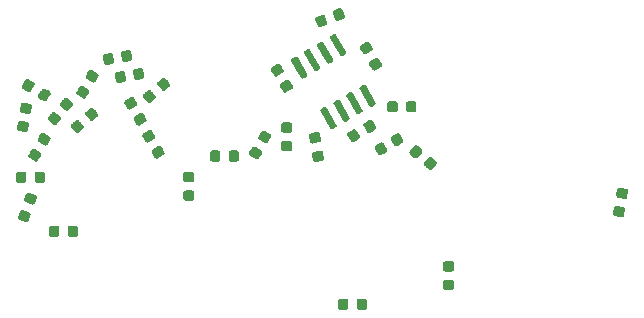
<source format=gbr>
G04 #@! TF.GenerationSoftware,KiCad,Pcbnew,(5.1.2-1)-1*
G04 #@! TF.CreationDate,2021-07-13T12:03:47-04:00*
G04 #@! TF.ProjectId,Ring Modulator - yusynth,52696e67-204d-46f6-9475-6c61746f7220,rev?*
G04 #@! TF.SameCoordinates,Original*
G04 #@! TF.FileFunction,Paste,Top*
G04 #@! TF.FilePolarity,Positive*
%FSLAX46Y46*%
G04 Gerber Fmt 4.6, Leading zero omitted, Abs format (unit mm)*
G04 Created by KiCad (PCBNEW (5.1.2-1)-1) date 2021-07-13 12:03:47*
%MOMM*%
%LPD*%
G04 APERTURE LIST*
%ADD10C,0.100000*%
%ADD11C,0.875000*%
%ADD12C,0.600000*%
G04 APERTURE END LIST*
D10*
G36*
X24414259Y-25039548D02*
G01*
X24435379Y-25043391D01*
X24456021Y-25049286D01*
X24475986Y-25057176D01*
X24495081Y-25066984D01*
X24938919Y-25323234D01*
X24956961Y-25334867D01*
X24973776Y-25348212D01*
X24989202Y-25363141D01*
X25003090Y-25379510D01*
X25015307Y-25397162D01*
X25025735Y-25415926D01*
X25034273Y-25435622D01*
X25040840Y-25456060D01*
X25045372Y-25477044D01*
X25047826Y-25498370D01*
X25048177Y-25519834D01*
X25046423Y-25541230D01*
X25042580Y-25562350D01*
X25036685Y-25582992D01*
X25028795Y-25602957D01*
X25018987Y-25622052D01*
X24800237Y-26000938D01*
X24788604Y-26018980D01*
X24775259Y-26035795D01*
X24760330Y-26051221D01*
X24743961Y-26065109D01*
X24726309Y-26077326D01*
X24707545Y-26087754D01*
X24687849Y-26096292D01*
X24667411Y-26102859D01*
X24646427Y-26107391D01*
X24625101Y-26109845D01*
X24603637Y-26110196D01*
X24582241Y-26108442D01*
X24561121Y-26104599D01*
X24540479Y-26098704D01*
X24520514Y-26090814D01*
X24501419Y-26081006D01*
X24057581Y-25824756D01*
X24039539Y-25813123D01*
X24022724Y-25799778D01*
X24007298Y-25784849D01*
X23993410Y-25768480D01*
X23981193Y-25750828D01*
X23970765Y-25732064D01*
X23962227Y-25712368D01*
X23955660Y-25691930D01*
X23951128Y-25670946D01*
X23948674Y-25649620D01*
X23948323Y-25628156D01*
X23950077Y-25606760D01*
X23953920Y-25585640D01*
X23959815Y-25564998D01*
X23967705Y-25545033D01*
X23977513Y-25525938D01*
X24196263Y-25147052D01*
X24207896Y-25129010D01*
X24221241Y-25112195D01*
X24236170Y-25096769D01*
X24252539Y-25082881D01*
X24270191Y-25070664D01*
X24288955Y-25060236D01*
X24308651Y-25051698D01*
X24329089Y-25045131D01*
X24350073Y-25040599D01*
X24371399Y-25038145D01*
X24392863Y-25037794D01*
X24414259Y-25039548D01*
X24414259Y-25039548D01*
G37*
D11*
X24498250Y-25573995D03*
D10*
G36*
X25201759Y-23675558D02*
G01*
X25222879Y-23679401D01*
X25243521Y-23685296D01*
X25263486Y-23693186D01*
X25282581Y-23702994D01*
X25726419Y-23959244D01*
X25744461Y-23970877D01*
X25761276Y-23984222D01*
X25776702Y-23999151D01*
X25790590Y-24015520D01*
X25802807Y-24033172D01*
X25813235Y-24051936D01*
X25821773Y-24071632D01*
X25828340Y-24092070D01*
X25832872Y-24113054D01*
X25835326Y-24134380D01*
X25835677Y-24155844D01*
X25833923Y-24177240D01*
X25830080Y-24198360D01*
X25824185Y-24219002D01*
X25816295Y-24238967D01*
X25806487Y-24258062D01*
X25587737Y-24636948D01*
X25576104Y-24654990D01*
X25562759Y-24671805D01*
X25547830Y-24687231D01*
X25531461Y-24701119D01*
X25513809Y-24713336D01*
X25495045Y-24723764D01*
X25475349Y-24732302D01*
X25454911Y-24738869D01*
X25433927Y-24743401D01*
X25412601Y-24745855D01*
X25391137Y-24746206D01*
X25369741Y-24744452D01*
X25348621Y-24740609D01*
X25327979Y-24734714D01*
X25308014Y-24726824D01*
X25288919Y-24717016D01*
X24845081Y-24460766D01*
X24827039Y-24449133D01*
X24810224Y-24435788D01*
X24794798Y-24420859D01*
X24780910Y-24404490D01*
X24768693Y-24386838D01*
X24758265Y-24368074D01*
X24749727Y-24348378D01*
X24743160Y-24327940D01*
X24738628Y-24306956D01*
X24736174Y-24285630D01*
X24735823Y-24264166D01*
X24737577Y-24242770D01*
X24741420Y-24221650D01*
X24747315Y-24201008D01*
X24755205Y-24181043D01*
X24765013Y-24161948D01*
X24983763Y-23783062D01*
X24995396Y-23765020D01*
X25008741Y-23748205D01*
X25023670Y-23732779D01*
X25040039Y-23718891D01*
X25057691Y-23706674D01*
X25076455Y-23696246D01*
X25096151Y-23687708D01*
X25116589Y-23681141D01*
X25137573Y-23676609D01*
X25158899Y-23674155D01*
X25180363Y-23673804D01*
X25201759Y-23675558D01*
X25201759Y-23675558D01*
G37*
D11*
X25285750Y-24210005D03*
D10*
G36*
X48334493Y-24915163D02*
G01*
X48349116Y-24916846D01*
X48363505Y-24919953D01*
X48377520Y-24924456D01*
X48391025Y-24930311D01*
X48403892Y-24937462D01*
X48415996Y-24945839D01*
X48427221Y-24955362D01*
X48437458Y-24965940D01*
X48446609Y-24977470D01*
X48454586Y-24989842D01*
X49279586Y-26418784D01*
X49286312Y-26431878D01*
X49291722Y-26445568D01*
X49295764Y-26459723D01*
X49298399Y-26474205D01*
X49299602Y-26488876D01*
X49299361Y-26503594D01*
X49297678Y-26518218D01*
X49294571Y-26532607D01*
X49290068Y-26546622D01*
X49284213Y-26560127D01*
X49277062Y-26572994D01*
X49268685Y-26585098D01*
X49259162Y-26596323D01*
X49248584Y-26606560D01*
X49237054Y-26615711D01*
X49224682Y-26623688D01*
X48964874Y-26773688D01*
X48951780Y-26780414D01*
X48938090Y-26785824D01*
X48923935Y-26789866D01*
X48909453Y-26792501D01*
X48894782Y-26793704D01*
X48880063Y-26793463D01*
X48865440Y-26791780D01*
X48851051Y-26788673D01*
X48837036Y-26784170D01*
X48823531Y-26778315D01*
X48810664Y-26771164D01*
X48798560Y-26762787D01*
X48787335Y-26753264D01*
X48777098Y-26742686D01*
X48767947Y-26731156D01*
X48759970Y-26718784D01*
X47934970Y-25289842D01*
X47928244Y-25276748D01*
X47922834Y-25263058D01*
X47918792Y-25248903D01*
X47916157Y-25234421D01*
X47914954Y-25219750D01*
X47915195Y-25205032D01*
X47916878Y-25190408D01*
X47919985Y-25176019D01*
X47924488Y-25162004D01*
X47930343Y-25148499D01*
X47937494Y-25135632D01*
X47945871Y-25123528D01*
X47955394Y-25112303D01*
X47965972Y-25102066D01*
X47977502Y-25092915D01*
X47989874Y-25084938D01*
X48249682Y-24934938D01*
X48262776Y-24928212D01*
X48276466Y-24922802D01*
X48290621Y-24918760D01*
X48305103Y-24916125D01*
X48319774Y-24914922D01*
X48334493Y-24915163D01*
X48334493Y-24915163D01*
G37*
D12*
X48607278Y-25854313D03*
D10*
G36*
X47234641Y-25550163D02*
G01*
X47249264Y-25551846D01*
X47263653Y-25554953D01*
X47277668Y-25559456D01*
X47291173Y-25565311D01*
X47304040Y-25572462D01*
X47316144Y-25580839D01*
X47327369Y-25590362D01*
X47337606Y-25600940D01*
X47346757Y-25612470D01*
X47354734Y-25624842D01*
X48179734Y-27053784D01*
X48186460Y-27066878D01*
X48191870Y-27080568D01*
X48195912Y-27094723D01*
X48198547Y-27109205D01*
X48199750Y-27123876D01*
X48199509Y-27138594D01*
X48197826Y-27153218D01*
X48194719Y-27167607D01*
X48190216Y-27181622D01*
X48184361Y-27195127D01*
X48177210Y-27207994D01*
X48168833Y-27220098D01*
X48159310Y-27231323D01*
X48148732Y-27241560D01*
X48137202Y-27250711D01*
X48124830Y-27258688D01*
X47865022Y-27408688D01*
X47851928Y-27415414D01*
X47838238Y-27420824D01*
X47824083Y-27424866D01*
X47809601Y-27427501D01*
X47794930Y-27428704D01*
X47780211Y-27428463D01*
X47765588Y-27426780D01*
X47751199Y-27423673D01*
X47737184Y-27419170D01*
X47723679Y-27413315D01*
X47710812Y-27406164D01*
X47698708Y-27397787D01*
X47687483Y-27388264D01*
X47677246Y-27377686D01*
X47668095Y-27366156D01*
X47660118Y-27353784D01*
X46835118Y-25924842D01*
X46828392Y-25911748D01*
X46822982Y-25898058D01*
X46818940Y-25883903D01*
X46816305Y-25869421D01*
X46815102Y-25854750D01*
X46815343Y-25840032D01*
X46817026Y-25825408D01*
X46820133Y-25811019D01*
X46824636Y-25797004D01*
X46830491Y-25783499D01*
X46837642Y-25770632D01*
X46846019Y-25758528D01*
X46855542Y-25747303D01*
X46866120Y-25737066D01*
X46877650Y-25727915D01*
X46890022Y-25719938D01*
X47149830Y-25569938D01*
X47162924Y-25563212D01*
X47176614Y-25557802D01*
X47190769Y-25553760D01*
X47205251Y-25551125D01*
X47219922Y-25549922D01*
X47234641Y-25550163D01*
X47234641Y-25550163D01*
G37*
D12*
X47507426Y-26489313D03*
D10*
G36*
X46134789Y-26185163D02*
G01*
X46149412Y-26186846D01*
X46163801Y-26189953D01*
X46177816Y-26194456D01*
X46191321Y-26200311D01*
X46204188Y-26207462D01*
X46216292Y-26215839D01*
X46227517Y-26225362D01*
X46237754Y-26235940D01*
X46246905Y-26247470D01*
X46254882Y-26259842D01*
X47079882Y-27688784D01*
X47086608Y-27701878D01*
X47092018Y-27715568D01*
X47096060Y-27729723D01*
X47098695Y-27744205D01*
X47099898Y-27758876D01*
X47099657Y-27773594D01*
X47097974Y-27788218D01*
X47094867Y-27802607D01*
X47090364Y-27816622D01*
X47084509Y-27830127D01*
X47077358Y-27842994D01*
X47068981Y-27855098D01*
X47059458Y-27866323D01*
X47048880Y-27876560D01*
X47037350Y-27885711D01*
X47024978Y-27893688D01*
X46765170Y-28043688D01*
X46752076Y-28050414D01*
X46738386Y-28055824D01*
X46724231Y-28059866D01*
X46709749Y-28062501D01*
X46695078Y-28063704D01*
X46680359Y-28063463D01*
X46665736Y-28061780D01*
X46651347Y-28058673D01*
X46637332Y-28054170D01*
X46623827Y-28048315D01*
X46610960Y-28041164D01*
X46598856Y-28032787D01*
X46587631Y-28023264D01*
X46577394Y-28012686D01*
X46568243Y-28001156D01*
X46560266Y-27988784D01*
X45735266Y-26559842D01*
X45728540Y-26546748D01*
X45723130Y-26533058D01*
X45719088Y-26518903D01*
X45716453Y-26504421D01*
X45715250Y-26489750D01*
X45715491Y-26475032D01*
X45717174Y-26460408D01*
X45720281Y-26446019D01*
X45724784Y-26432004D01*
X45730639Y-26418499D01*
X45737790Y-26405632D01*
X45746167Y-26393528D01*
X45755690Y-26382303D01*
X45766268Y-26372066D01*
X45777798Y-26362915D01*
X45790170Y-26354938D01*
X46049978Y-26204938D01*
X46063072Y-26198212D01*
X46076762Y-26192802D01*
X46090917Y-26188760D01*
X46105399Y-26186125D01*
X46120070Y-26184922D01*
X46134789Y-26185163D01*
X46134789Y-26185163D01*
G37*
D12*
X46407574Y-27124313D03*
D10*
G36*
X45034937Y-26820163D02*
G01*
X45049560Y-26821846D01*
X45063949Y-26824953D01*
X45077964Y-26829456D01*
X45091469Y-26835311D01*
X45104336Y-26842462D01*
X45116440Y-26850839D01*
X45127665Y-26860362D01*
X45137902Y-26870940D01*
X45147053Y-26882470D01*
X45155030Y-26894842D01*
X45980030Y-28323784D01*
X45986756Y-28336878D01*
X45992166Y-28350568D01*
X45996208Y-28364723D01*
X45998843Y-28379205D01*
X46000046Y-28393876D01*
X45999805Y-28408594D01*
X45998122Y-28423218D01*
X45995015Y-28437607D01*
X45990512Y-28451622D01*
X45984657Y-28465127D01*
X45977506Y-28477994D01*
X45969129Y-28490098D01*
X45959606Y-28501323D01*
X45949028Y-28511560D01*
X45937498Y-28520711D01*
X45925126Y-28528688D01*
X45665318Y-28678688D01*
X45652224Y-28685414D01*
X45638534Y-28690824D01*
X45624379Y-28694866D01*
X45609897Y-28697501D01*
X45595226Y-28698704D01*
X45580507Y-28698463D01*
X45565884Y-28696780D01*
X45551495Y-28693673D01*
X45537480Y-28689170D01*
X45523975Y-28683315D01*
X45511108Y-28676164D01*
X45499004Y-28667787D01*
X45487779Y-28658264D01*
X45477542Y-28647686D01*
X45468391Y-28636156D01*
X45460414Y-28623784D01*
X44635414Y-27194842D01*
X44628688Y-27181748D01*
X44623278Y-27168058D01*
X44619236Y-27153903D01*
X44616601Y-27139421D01*
X44615398Y-27124750D01*
X44615639Y-27110032D01*
X44617322Y-27095408D01*
X44620429Y-27081019D01*
X44624932Y-27067004D01*
X44630787Y-27053499D01*
X44637938Y-27040632D01*
X44646315Y-27028528D01*
X44655838Y-27017303D01*
X44666416Y-27007066D01*
X44677946Y-26997915D01*
X44690318Y-26989938D01*
X44950126Y-26839938D01*
X44963220Y-26833212D01*
X44976910Y-26827802D01*
X44991065Y-26823760D01*
X45005547Y-26821125D01*
X45020218Y-26819922D01*
X45034937Y-26820163D01*
X45034937Y-26820163D01*
G37*
D12*
X45307722Y-27759313D03*
D10*
G36*
X42559937Y-22533337D02*
G01*
X42574560Y-22535020D01*
X42588949Y-22538127D01*
X42602964Y-22542630D01*
X42616469Y-22548485D01*
X42629336Y-22555636D01*
X42641440Y-22564013D01*
X42652665Y-22573536D01*
X42662902Y-22584114D01*
X42672053Y-22595644D01*
X42680030Y-22608016D01*
X43505030Y-24036958D01*
X43511756Y-24050052D01*
X43517166Y-24063742D01*
X43521208Y-24077897D01*
X43523843Y-24092379D01*
X43525046Y-24107050D01*
X43524805Y-24121768D01*
X43523122Y-24136392D01*
X43520015Y-24150781D01*
X43515512Y-24164796D01*
X43509657Y-24178301D01*
X43502506Y-24191168D01*
X43494129Y-24203272D01*
X43484606Y-24214497D01*
X43474028Y-24224734D01*
X43462498Y-24233885D01*
X43450126Y-24241862D01*
X43190318Y-24391862D01*
X43177224Y-24398588D01*
X43163534Y-24403998D01*
X43149379Y-24408040D01*
X43134897Y-24410675D01*
X43120226Y-24411878D01*
X43105507Y-24411637D01*
X43090884Y-24409954D01*
X43076495Y-24406847D01*
X43062480Y-24402344D01*
X43048975Y-24396489D01*
X43036108Y-24389338D01*
X43024004Y-24380961D01*
X43012779Y-24371438D01*
X43002542Y-24360860D01*
X42993391Y-24349330D01*
X42985414Y-24336958D01*
X42160414Y-22908016D01*
X42153688Y-22894922D01*
X42148278Y-22881232D01*
X42144236Y-22867077D01*
X42141601Y-22852595D01*
X42140398Y-22837924D01*
X42140639Y-22823206D01*
X42142322Y-22808582D01*
X42145429Y-22794193D01*
X42149932Y-22780178D01*
X42155787Y-22766673D01*
X42162938Y-22753806D01*
X42171315Y-22741702D01*
X42180838Y-22730477D01*
X42191416Y-22720240D01*
X42202946Y-22711089D01*
X42215318Y-22703112D01*
X42475126Y-22553112D01*
X42488220Y-22546386D01*
X42501910Y-22540976D01*
X42516065Y-22536934D01*
X42530547Y-22534299D01*
X42545218Y-22533096D01*
X42559937Y-22533337D01*
X42559937Y-22533337D01*
G37*
D12*
X42832722Y-23472487D03*
D10*
G36*
X43659789Y-21898337D02*
G01*
X43674412Y-21900020D01*
X43688801Y-21903127D01*
X43702816Y-21907630D01*
X43716321Y-21913485D01*
X43729188Y-21920636D01*
X43741292Y-21929013D01*
X43752517Y-21938536D01*
X43762754Y-21949114D01*
X43771905Y-21960644D01*
X43779882Y-21973016D01*
X44604882Y-23401958D01*
X44611608Y-23415052D01*
X44617018Y-23428742D01*
X44621060Y-23442897D01*
X44623695Y-23457379D01*
X44624898Y-23472050D01*
X44624657Y-23486768D01*
X44622974Y-23501392D01*
X44619867Y-23515781D01*
X44615364Y-23529796D01*
X44609509Y-23543301D01*
X44602358Y-23556168D01*
X44593981Y-23568272D01*
X44584458Y-23579497D01*
X44573880Y-23589734D01*
X44562350Y-23598885D01*
X44549978Y-23606862D01*
X44290170Y-23756862D01*
X44277076Y-23763588D01*
X44263386Y-23768998D01*
X44249231Y-23773040D01*
X44234749Y-23775675D01*
X44220078Y-23776878D01*
X44205359Y-23776637D01*
X44190736Y-23774954D01*
X44176347Y-23771847D01*
X44162332Y-23767344D01*
X44148827Y-23761489D01*
X44135960Y-23754338D01*
X44123856Y-23745961D01*
X44112631Y-23736438D01*
X44102394Y-23725860D01*
X44093243Y-23714330D01*
X44085266Y-23701958D01*
X43260266Y-22273016D01*
X43253540Y-22259922D01*
X43248130Y-22246232D01*
X43244088Y-22232077D01*
X43241453Y-22217595D01*
X43240250Y-22202924D01*
X43240491Y-22188206D01*
X43242174Y-22173582D01*
X43245281Y-22159193D01*
X43249784Y-22145178D01*
X43255639Y-22131673D01*
X43262790Y-22118806D01*
X43271167Y-22106702D01*
X43280690Y-22095477D01*
X43291268Y-22085240D01*
X43302798Y-22076089D01*
X43315170Y-22068112D01*
X43574978Y-21918112D01*
X43588072Y-21911386D01*
X43601762Y-21905976D01*
X43615917Y-21901934D01*
X43630399Y-21899299D01*
X43645070Y-21898096D01*
X43659789Y-21898337D01*
X43659789Y-21898337D01*
G37*
D12*
X43932574Y-22837487D03*
D10*
G36*
X44759641Y-21263337D02*
G01*
X44774264Y-21265020D01*
X44788653Y-21268127D01*
X44802668Y-21272630D01*
X44816173Y-21278485D01*
X44829040Y-21285636D01*
X44841144Y-21294013D01*
X44852369Y-21303536D01*
X44862606Y-21314114D01*
X44871757Y-21325644D01*
X44879734Y-21338016D01*
X45704734Y-22766958D01*
X45711460Y-22780052D01*
X45716870Y-22793742D01*
X45720912Y-22807897D01*
X45723547Y-22822379D01*
X45724750Y-22837050D01*
X45724509Y-22851768D01*
X45722826Y-22866392D01*
X45719719Y-22880781D01*
X45715216Y-22894796D01*
X45709361Y-22908301D01*
X45702210Y-22921168D01*
X45693833Y-22933272D01*
X45684310Y-22944497D01*
X45673732Y-22954734D01*
X45662202Y-22963885D01*
X45649830Y-22971862D01*
X45390022Y-23121862D01*
X45376928Y-23128588D01*
X45363238Y-23133998D01*
X45349083Y-23138040D01*
X45334601Y-23140675D01*
X45319930Y-23141878D01*
X45305211Y-23141637D01*
X45290588Y-23139954D01*
X45276199Y-23136847D01*
X45262184Y-23132344D01*
X45248679Y-23126489D01*
X45235812Y-23119338D01*
X45223708Y-23110961D01*
X45212483Y-23101438D01*
X45202246Y-23090860D01*
X45193095Y-23079330D01*
X45185118Y-23066958D01*
X44360118Y-21638016D01*
X44353392Y-21624922D01*
X44347982Y-21611232D01*
X44343940Y-21597077D01*
X44341305Y-21582595D01*
X44340102Y-21567924D01*
X44340343Y-21553206D01*
X44342026Y-21538582D01*
X44345133Y-21524193D01*
X44349636Y-21510178D01*
X44355491Y-21496673D01*
X44362642Y-21483806D01*
X44371019Y-21471702D01*
X44380542Y-21460477D01*
X44391120Y-21450240D01*
X44402650Y-21441089D01*
X44415022Y-21433112D01*
X44674830Y-21283112D01*
X44687924Y-21276386D01*
X44701614Y-21270976D01*
X44715769Y-21266934D01*
X44730251Y-21264299D01*
X44744922Y-21263096D01*
X44759641Y-21263337D01*
X44759641Y-21263337D01*
G37*
D12*
X45032426Y-22202487D03*
D10*
G36*
X45859493Y-20628337D02*
G01*
X45874116Y-20630020D01*
X45888505Y-20633127D01*
X45902520Y-20637630D01*
X45916025Y-20643485D01*
X45928892Y-20650636D01*
X45940996Y-20659013D01*
X45952221Y-20668536D01*
X45962458Y-20679114D01*
X45971609Y-20690644D01*
X45979586Y-20703016D01*
X46804586Y-22131958D01*
X46811312Y-22145052D01*
X46816722Y-22158742D01*
X46820764Y-22172897D01*
X46823399Y-22187379D01*
X46824602Y-22202050D01*
X46824361Y-22216768D01*
X46822678Y-22231392D01*
X46819571Y-22245781D01*
X46815068Y-22259796D01*
X46809213Y-22273301D01*
X46802062Y-22286168D01*
X46793685Y-22298272D01*
X46784162Y-22309497D01*
X46773584Y-22319734D01*
X46762054Y-22328885D01*
X46749682Y-22336862D01*
X46489874Y-22486862D01*
X46476780Y-22493588D01*
X46463090Y-22498998D01*
X46448935Y-22503040D01*
X46434453Y-22505675D01*
X46419782Y-22506878D01*
X46405063Y-22506637D01*
X46390440Y-22504954D01*
X46376051Y-22501847D01*
X46362036Y-22497344D01*
X46348531Y-22491489D01*
X46335664Y-22484338D01*
X46323560Y-22475961D01*
X46312335Y-22466438D01*
X46302098Y-22455860D01*
X46292947Y-22444330D01*
X46284970Y-22431958D01*
X45459970Y-21003016D01*
X45453244Y-20989922D01*
X45447834Y-20976232D01*
X45443792Y-20962077D01*
X45441157Y-20947595D01*
X45439954Y-20932924D01*
X45440195Y-20918206D01*
X45441878Y-20903582D01*
X45444985Y-20889193D01*
X45449488Y-20875178D01*
X45455343Y-20861673D01*
X45462494Y-20848806D01*
X45470871Y-20836702D01*
X45480394Y-20825477D01*
X45490972Y-20815240D01*
X45502502Y-20806089D01*
X45514874Y-20798112D01*
X45774682Y-20648112D01*
X45787776Y-20641386D01*
X45801466Y-20635976D01*
X45815621Y-20631934D01*
X45830103Y-20629299D01*
X45844774Y-20628096D01*
X45859493Y-20628337D01*
X45859493Y-20628337D01*
G37*
D12*
X46132278Y-21567487D03*
D10*
G36*
X19927287Y-34054367D02*
G01*
X19948639Y-34056588D01*
X19969671Y-34060891D01*
X19990179Y-34067234D01*
X20471771Y-34242519D01*
X20491559Y-34250842D01*
X20510436Y-34261065D01*
X20528220Y-34273089D01*
X20544739Y-34286798D01*
X20559836Y-34302060D01*
X20573364Y-34318728D01*
X20585193Y-34336642D01*
X20595209Y-34355629D01*
X20603316Y-34375507D01*
X20609435Y-34396083D01*
X20613508Y-34417160D01*
X20615496Y-34438535D01*
X20615379Y-34460002D01*
X20613158Y-34481354D01*
X20608855Y-34502385D01*
X20602512Y-34522894D01*
X20452878Y-34934009D01*
X20444555Y-34953797D01*
X20434332Y-34972674D01*
X20422308Y-34990458D01*
X20408599Y-35006977D01*
X20393337Y-35022074D01*
X20376669Y-35035602D01*
X20358755Y-35047431D01*
X20339768Y-35057447D01*
X20319890Y-35065554D01*
X20299314Y-35071673D01*
X20278236Y-35075746D01*
X20256862Y-35077734D01*
X20235395Y-35077617D01*
X20214043Y-35075396D01*
X20193011Y-35071093D01*
X20172503Y-35064750D01*
X19690911Y-34889465D01*
X19671123Y-34881142D01*
X19652246Y-34870919D01*
X19634462Y-34858895D01*
X19617943Y-34845186D01*
X19602846Y-34829924D01*
X19589318Y-34813256D01*
X19577489Y-34795342D01*
X19567473Y-34776355D01*
X19559366Y-34756477D01*
X19553247Y-34735901D01*
X19549174Y-34714824D01*
X19547186Y-34693449D01*
X19547303Y-34671982D01*
X19549524Y-34650630D01*
X19553827Y-34629599D01*
X19560170Y-34609090D01*
X19709804Y-34197975D01*
X19718127Y-34178187D01*
X19728350Y-34159310D01*
X19740374Y-34141526D01*
X19754083Y-34125007D01*
X19769345Y-34109910D01*
X19786013Y-34096382D01*
X19803927Y-34084553D01*
X19822914Y-34074537D01*
X19842792Y-34066430D01*
X19863368Y-34060311D01*
X19884446Y-34056238D01*
X19905820Y-34054250D01*
X19927287Y-34054367D01*
X19927287Y-34054367D01*
G37*
D11*
X20081341Y-34565992D03*
D10*
G36*
X19388605Y-35534383D02*
G01*
X19409957Y-35536604D01*
X19430989Y-35540907D01*
X19451497Y-35547250D01*
X19933089Y-35722535D01*
X19952877Y-35730858D01*
X19971754Y-35741081D01*
X19989538Y-35753105D01*
X20006057Y-35766814D01*
X20021154Y-35782076D01*
X20034682Y-35798744D01*
X20046511Y-35816658D01*
X20056527Y-35835645D01*
X20064634Y-35855523D01*
X20070753Y-35876099D01*
X20074826Y-35897176D01*
X20076814Y-35918551D01*
X20076697Y-35940018D01*
X20074476Y-35961370D01*
X20070173Y-35982401D01*
X20063830Y-36002910D01*
X19914196Y-36414025D01*
X19905873Y-36433813D01*
X19895650Y-36452690D01*
X19883626Y-36470474D01*
X19869917Y-36486993D01*
X19854655Y-36502090D01*
X19837987Y-36515618D01*
X19820073Y-36527447D01*
X19801086Y-36537463D01*
X19781208Y-36545570D01*
X19760632Y-36551689D01*
X19739554Y-36555762D01*
X19718180Y-36557750D01*
X19696713Y-36557633D01*
X19675361Y-36555412D01*
X19654329Y-36551109D01*
X19633821Y-36544766D01*
X19152229Y-36369481D01*
X19132441Y-36361158D01*
X19113564Y-36350935D01*
X19095780Y-36338911D01*
X19079261Y-36325202D01*
X19064164Y-36309940D01*
X19050636Y-36293272D01*
X19038807Y-36275358D01*
X19028791Y-36256371D01*
X19020684Y-36236493D01*
X19014565Y-36215917D01*
X19010492Y-36194840D01*
X19008504Y-36173465D01*
X19008621Y-36151998D01*
X19010842Y-36130646D01*
X19015145Y-36109615D01*
X19021488Y-36089106D01*
X19171122Y-35677991D01*
X19179445Y-35658203D01*
X19189668Y-35639326D01*
X19201692Y-35621542D01*
X19215401Y-35605023D01*
X19230663Y-35589926D01*
X19247331Y-35576398D01*
X19265245Y-35564569D01*
X19284232Y-35554553D01*
X19304110Y-35546446D01*
X19324686Y-35540327D01*
X19345764Y-35536254D01*
X19367138Y-35534266D01*
X19388605Y-35534383D01*
X19388605Y-35534383D01*
G37*
D11*
X19542659Y-36046008D03*
D10*
G36*
X19223569Y-27983499D02*
G01*
X19244867Y-27986185D01*
X19749581Y-28075180D01*
X19770513Y-28079941D01*
X19790878Y-28086730D01*
X19810480Y-28095483D01*
X19829129Y-28106115D01*
X19846647Y-28118524D01*
X19862864Y-28132590D01*
X19877624Y-28148178D01*
X19890785Y-28165137D01*
X19902220Y-28183305D01*
X19911819Y-28202506D01*
X19919491Y-28222556D01*
X19925160Y-28243261D01*
X19928772Y-28264422D01*
X19930293Y-28285835D01*
X19929708Y-28307294D01*
X19927022Y-28328593D01*
X19851050Y-28759446D01*
X19846289Y-28780379D01*
X19839500Y-28800744D01*
X19830747Y-28820345D01*
X19820115Y-28838995D01*
X19807706Y-28856512D01*
X19793640Y-28872729D01*
X19778052Y-28887489D01*
X19761092Y-28900650D01*
X19742925Y-28912085D01*
X19723723Y-28921685D01*
X19703674Y-28929356D01*
X19682969Y-28935025D01*
X19661808Y-28938637D01*
X19640395Y-28940158D01*
X19618935Y-28939573D01*
X19597637Y-28936887D01*
X19092923Y-28847892D01*
X19071991Y-28843131D01*
X19051626Y-28836342D01*
X19032024Y-28827589D01*
X19013375Y-28816957D01*
X18995857Y-28804548D01*
X18979640Y-28790482D01*
X18964880Y-28774894D01*
X18951719Y-28757935D01*
X18940284Y-28739767D01*
X18930685Y-28720566D01*
X18923013Y-28700516D01*
X18917344Y-28679811D01*
X18913732Y-28658650D01*
X18912211Y-28637237D01*
X18912796Y-28615778D01*
X18915482Y-28594479D01*
X18991454Y-28163626D01*
X18996215Y-28142693D01*
X19003004Y-28122328D01*
X19011757Y-28102727D01*
X19022389Y-28084077D01*
X19034798Y-28066560D01*
X19048864Y-28050343D01*
X19064452Y-28035583D01*
X19081412Y-28022422D01*
X19099579Y-28010987D01*
X19118781Y-28001387D01*
X19138830Y-27993716D01*
X19159535Y-27988047D01*
X19180696Y-27984435D01*
X19202109Y-27982914D01*
X19223569Y-27983499D01*
X19223569Y-27983499D01*
G37*
D11*
X19421252Y-28461536D03*
D10*
G36*
X19497065Y-26432427D02*
G01*
X19518363Y-26435113D01*
X20023077Y-26524108D01*
X20044009Y-26528869D01*
X20064374Y-26535658D01*
X20083976Y-26544411D01*
X20102625Y-26555043D01*
X20120143Y-26567452D01*
X20136360Y-26581518D01*
X20151120Y-26597106D01*
X20164281Y-26614065D01*
X20175716Y-26632233D01*
X20185315Y-26651434D01*
X20192987Y-26671484D01*
X20198656Y-26692189D01*
X20202268Y-26713350D01*
X20203789Y-26734763D01*
X20203204Y-26756222D01*
X20200518Y-26777521D01*
X20124546Y-27208374D01*
X20119785Y-27229307D01*
X20112996Y-27249672D01*
X20104243Y-27269273D01*
X20093611Y-27287923D01*
X20081202Y-27305440D01*
X20067136Y-27321657D01*
X20051548Y-27336417D01*
X20034588Y-27349578D01*
X20016421Y-27361013D01*
X19997219Y-27370613D01*
X19977170Y-27378284D01*
X19956465Y-27383953D01*
X19935304Y-27387565D01*
X19913891Y-27389086D01*
X19892431Y-27388501D01*
X19871133Y-27385815D01*
X19366419Y-27296820D01*
X19345487Y-27292059D01*
X19325122Y-27285270D01*
X19305520Y-27276517D01*
X19286871Y-27265885D01*
X19269353Y-27253476D01*
X19253136Y-27239410D01*
X19238376Y-27223822D01*
X19225215Y-27206863D01*
X19213780Y-27188695D01*
X19204181Y-27169494D01*
X19196509Y-27149444D01*
X19190840Y-27128739D01*
X19187228Y-27107578D01*
X19185707Y-27086165D01*
X19186292Y-27064706D01*
X19188978Y-27043407D01*
X19264950Y-26612554D01*
X19269711Y-26591621D01*
X19276500Y-26571256D01*
X19285253Y-26551655D01*
X19295885Y-26533005D01*
X19308294Y-26515488D01*
X19322360Y-26499271D01*
X19337948Y-26484511D01*
X19354908Y-26471350D01*
X19373075Y-26459915D01*
X19392277Y-26450315D01*
X19412326Y-26442644D01*
X19433031Y-26436975D01*
X19454192Y-26433363D01*
X19475605Y-26431842D01*
X19497065Y-26432427D01*
X19497065Y-26432427D01*
G37*
D11*
X19694748Y-26910464D03*
D10*
G36*
X53938817Y-31041436D02*
G01*
X53960016Y-31044818D01*
X53980781Y-31050260D01*
X54000914Y-31057713D01*
X54020218Y-31067102D01*
X54038510Y-31078339D01*
X54055612Y-31091314D01*
X54390757Y-31372534D01*
X54406505Y-31387123D01*
X54420747Y-31403185D01*
X54433346Y-31420566D01*
X54444181Y-31439098D01*
X54453147Y-31458603D01*
X54460158Y-31478893D01*
X54465147Y-31499773D01*
X54468065Y-31521041D01*
X54468884Y-31542492D01*
X54467597Y-31563921D01*
X54464216Y-31585120D01*
X54458773Y-31605885D01*
X54451320Y-31626018D01*
X54441931Y-31645322D01*
X54430694Y-31663614D01*
X54417719Y-31680716D01*
X54088290Y-32073314D01*
X54073701Y-32089062D01*
X54057639Y-32103304D01*
X54040258Y-32115903D01*
X54021725Y-32126738D01*
X54002220Y-32135704D01*
X53981931Y-32142715D01*
X53961051Y-32147704D01*
X53939783Y-32150622D01*
X53918332Y-32151441D01*
X53896903Y-32150154D01*
X53875704Y-32146772D01*
X53854939Y-32141330D01*
X53834806Y-32133877D01*
X53815502Y-32124488D01*
X53797210Y-32113251D01*
X53780108Y-32100276D01*
X53444963Y-31819056D01*
X53429215Y-31804467D01*
X53414973Y-31788405D01*
X53402374Y-31771024D01*
X53391539Y-31752492D01*
X53382573Y-31732987D01*
X53375562Y-31712697D01*
X53370573Y-31691817D01*
X53367655Y-31670549D01*
X53366836Y-31649098D01*
X53368123Y-31627669D01*
X53371504Y-31606470D01*
X53376947Y-31585705D01*
X53384400Y-31565572D01*
X53393789Y-31546268D01*
X53405026Y-31527976D01*
X53418001Y-31510874D01*
X53747430Y-31118276D01*
X53762019Y-31102528D01*
X53778081Y-31088286D01*
X53795462Y-31075687D01*
X53813995Y-31064852D01*
X53833500Y-31055886D01*
X53853789Y-31048875D01*
X53874669Y-31043886D01*
X53895937Y-31040968D01*
X53917388Y-31040149D01*
X53938817Y-31041436D01*
X53938817Y-31041436D01*
G37*
D11*
X53917860Y-31595795D03*
D10*
G36*
X52732297Y-30029046D02*
G01*
X52753496Y-30032428D01*
X52774261Y-30037870D01*
X52794394Y-30045323D01*
X52813698Y-30054712D01*
X52831990Y-30065949D01*
X52849092Y-30078924D01*
X53184237Y-30360144D01*
X53199985Y-30374733D01*
X53214227Y-30390795D01*
X53226826Y-30408176D01*
X53237661Y-30426708D01*
X53246627Y-30446213D01*
X53253638Y-30466503D01*
X53258627Y-30487383D01*
X53261545Y-30508651D01*
X53262364Y-30530102D01*
X53261077Y-30551531D01*
X53257696Y-30572730D01*
X53252253Y-30593495D01*
X53244800Y-30613628D01*
X53235411Y-30632932D01*
X53224174Y-30651224D01*
X53211199Y-30668326D01*
X52881770Y-31060924D01*
X52867181Y-31076672D01*
X52851119Y-31090914D01*
X52833738Y-31103513D01*
X52815205Y-31114348D01*
X52795700Y-31123314D01*
X52775411Y-31130325D01*
X52754531Y-31135314D01*
X52733263Y-31138232D01*
X52711812Y-31139051D01*
X52690383Y-31137764D01*
X52669184Y-31134382D01*
X52648419Y-31128940D01*
X52628286Y-31121487D01*
X52608982Y-31112098D01*
X52590690Y-31100861D01*
X52573588Y-31087886D01*
X52238443Y-30806666D01*
X52222695Y-30792077D01*
X52208453Y-30776015D01*
X52195854Y-30758634D01*
X52185019Y-30740102D01*
X52176053Y-30720597D01*
X52169042Y-30700307D01*
X52164053Y-30679427D01*
X52161135Y-30658159D01*
X52160316Y-30636708D01*
X52161603Y-30615279D01*
X52164984Y-30594080D01*
X52170427Y-30573315D01*
X52177880Y-30553182D01*
X52187269Y-30533878D01*
X52198506Y-30515586D01*
X52211481Y-30498484D01*
X52540910Y-30105886D01*
X52555499Y-30090138D01*
X52571561Y-30075896D01*
X52588942Y-30063297D01*
X52607475Y-30052462D01*
X52626980Y-30043496D01*
X52647269Y-30036485D01*
X52668149Y-30031496D01*
X52689417Y-30028578D01*
X52710868Y-30027759D01*
X52732297Y-30029046D01*
X52732297Y-30029046D01*
G37*
D11*
X52711340Y-30583405D03*
D10*
G36*
X21223230Y-25245577D02*
G01*
X21244350Y-25249420D01*
X21264992Y-25255315D01*
X21284957Y-25263205D01*
X21304052Y-25273013D01*
X21682938Y-25491763D01*
X21700980Y-25503396D01*
X21717795Y-25516741D01*
X21733221Y-25531670D01*
X21747109Y-25548039D01*
X21759326Y-25565691D01*
X21769754Y-25584455D01*
X21778292Y-25604151D01*
X21784859Y-25624589D01*
X21789391Y-25645573D01*
X21791845Y-25666899D01*
X21792196Y-25688363D01*
X21790442Y-25709759D01*
X21786599Y-25730879D01*
X21780704Y-25751521D01*
X21772814Y-25771486D01*
X21763006Y-25790581D01*
X21506756Y-26234419D01*
X21495123Y-26252461D01*
X21481778Y-26269276D01*
X21466849Y-26284702D01*
X21450480Y-26298590D01*
X21432828Y-26310807D01*
X21414064Y-26321235D01*
X21394368Y-26329773D01*
X21373930Y-26336340D01*
X21352946Y-26340872D01*
X21331620Y-26343326D01*
X21310156Y-26343677D01*
X21288760Y-26341923D01*
X21267640Y-26338080D01*
X21246998Y-26332185D01*
X21227033Y-26324295D01*
X21207938Y-26314487D01*
X20829052Y-26095737D01*
X20811010Y-26084104D01*
X20794195Y-26070759D01*
X20778769Y-26055830D01*
X20764881Y-26039461D01*
X20752664Y-26021809D01*
X20742236Y-26003045D01*
X20733698Y-25983349D01*
X20727131Y-25962911D01*
X20722599Y-25941927D01*
X20720145Y-25920601D01*
X20719794Y-25899137D01*
X20721548Y-25877741D01*
X20725391Y-25856621D01*
X20731286Y-25835979D01*
X20739176Y-25816014D01*
X20748984Y-25796919D01*
X21005234Y-25353081D01*
X21016867Y-25335039D01*
X21030212Y-25318224D01*
X21045141Y-25302798D01*
X21061510Y-25288910D01*
X21079162Y-25276693D01*
X21097926Y-25266265D01*
X21117622Y-25257727D01*
X21138060Y-25251160D01*
X21159044Y-25246628D01*
X21180370Y-25244174D01*
X21201834Y-25243823D01*
X21223230Y-25245577D01*
X21223230Y-25245577D01*
G37*
D11*
X21255995Y-25793750D03*
D10*
G36*
X19859240Y-24458077D02*
G01*
X19880360Y-24461920D01*
X19901002Y-24467815D01*
X19920967Y-24475705D01*
X19940062Y-24485513D01*
X20318948Y-24704263D01*
X20336990Y-24715896D01*
X20353805Y-24729241D01*
X20369231Y-24744170D01*
X20383119Y-24760539D01*
X20395336Y-24778191D01*
X20405764Y-24796955D01*
X20414302Y-24816651D01*
X20420869Y-24837089D01*
X20425401Y-24858073D01*
X20427855Y-24879399D01*
X20428206Y-24900863D01*
X20426452Y-24922259D01*
X20422609Y-24943379D01*
X20416714Y-24964021D01*
X20408824Y-24983986D01*
X20399016Y-25003081D01*
X20142766Y-25446919D01*
X20131133Y-25464961D01*
X20117788Y-25481776D01*
X20102859Y-25497202D01*
X20086490Y-25511090D01*
X20068838Y-25523307D01*
X20050074Y-25533735D01*
X20030378Y-25542273D01*
X20009940Y-25548840D01*
X19988956Y-25553372D01*
X19967630Y-25555826D01*
X19946166Y-25556177D01*
X19924770Y-25554423D01*
X19903650Y-25550580D01*
X19883008Y-25544685D01*
X19863043Y-25536795D01*
X19843948Y-25526987D01*
X19465062Y-25308237D01*
X19447020Y-25296604D01*
X19430205Y-25283259D01*
X19414779Y-25268330D01*
X19400891Y-25251961D01*
X19388674Y-25234309D01*
X19378246Y-25215545D01*
X19369708Y-25195849D01*
X19363141Y-25175411D01*
X19358609Y-25154427D01*
X19356155Y-25133101D01*
X19355804Y-25111637D01*
X19357558Y-25090241D01*
X19361401Y-25069121D01*
X19367296Y-25048479D01*
X19375186Y-25028514D01*
X19384994Y-25009419D01*
X19641244Y-24565581D01*
X19652877Y-24547539D01*
X19666222Y-24530724D01*
X19681151Y-24515298D01*
X19697520Y-24501410D01*
X19715172Y-24489193D01*
X19733936Y-24478765D01*
X19753632Y-24470227D01*
X19774070Y-24463660D01*
X19795054Y-24459128D01*
X19816380Y-24456674D01*
X19837844Y-24456323D01*
X19859240Y-24458077D01*
X19859240Y-24458077D01*
G37*
D11*
X19892005Y-25006250D03*
D10*
G36*
X19518691Y-32292053D02*
G01*
X19539926Y-32295203D01*
X19560750Y-32300419D01*
X19580962Y-32307651D01*
X19600368Y-32316830D01*
X19618781Y-32327866D01*
X19636024Y-32340654D01*
X19651930Y-32355070D01*
X19666346Y-32370976D01*
X19679134Y-32388219D01*
X19690170Y-32406632D01*
X19699349Y-32426038D01*
X19706581Y-32446250D01*
X19711797Y-32467074D01*
X19714947Y-32488309D01*
X19716000Y-32509750D01*
X19716000Y-33022250D01*
X19714947Y-33043691D01*
X19711797Y-33064926D01*
X19706581Y-33085750D01*
X19699349Y-33105962D01*
X19690170Y-33125368D01*
X19679134Y-33143781D01*
X19666346Y-33161024D01*
X19651930Y-33176930D01*
X19636024Y-33191346D01*
X19618781Y-33204134D01*
X19600368Y-33215170D01*
X19580962Y-33224349D01*
X19560750Y-33231581D01*
X19539926Y-33236797D01*
X19518691Y-33239947D01*
X19497250Y-33241000D01*
X19059750Y-33241000D01*
X19038309Y-33239947D01*
X19017074Y-33236797D01*
X18996250Y-33231581D01*
X18976038Y-33224349D01*
X18956632Y-33215170D01*
X18938219Y-33204134D01*
X18920976Y-33191346D01*
X18905070Y-33176930D01*
X18890654Y-33161024D01*
X18877866Y-33143781D01*
X18866830Y-33125368D01*
X18857651Y-33105962D01*
X18850419Y-33085750D01*
X18845203Y-33064926D01*
X18842053Y-33043691D01*
X18841000Y-33022250D01*
X18841000Y-32509750D01*
X18842053Y-32488309D01*
X18845203Y-32467074D01*
X18850419Y-32446250D01*
X18857651Y-32426038D01*
X18866830Y-32406632D01*
X18877866Y-32388219D01*
X18890654Y-32370976D01*
X18905070Y-32355070D01*
X18920976Y-32340654D01*
X18938219Y-32327866D01*
X18956632Y-32316830D01*
X18976038Y-32307651D01*
X18996250Y-32300419D01*
X19017074Y-32295203D01*
X19038309Y-32292053D01*
X19059750Y-32291000D01*
X19497250Y-32291000D01*
X19518691Y-32292053D01*
X19518691Y-32292053D01*
G37*
D11*
X19278500Y-32766000D03*
D10*
G36*
X21093691Y-32292053D02*
G01*
X21114926Y-32295203D01*
X21135750Y-32300419D01*
X21155962Y-32307651D01*
X21175368Y-32316830D01*
X21193781Y-32327866D01*
X21211024Y-32340654D01*
X21226930Y-32355070D01*
X21241346Y-32370976D01*
X21254134Y-32388219D01*
X21265170Y-32406632D01*
X21274349Y-32426038D01*
X21281581Y-32446250D01*
X21286797Y-32467074D01*
X21289947Y-32488309D01*
X21291000Y-32509750D01*
X21291000Y-33022250D01*
X21289947Y-33043691D01*
X21286797Y-33064926D01*
X21281581Y-33085750D01*
X21274349Y-33105962D01*
X21265170Y-33125368D01*
X21254134Y-33143781D01*
X21241346Y-33161024D01*
X21226930Y-33176930D01*
X21211024Y-33191346D01*
X21193781Y-33204134D01*
X21175368Y-33215170D01*
X21155962Y-33224349D01*
X21135750Y-33231581D01*
X21114926Y-33236797D01*
X21093691Y-33239947D01*
X21072250Y-33241000D01*
X20634750Y-33241000D01*
X20613309Y-33239947D01*
X20592074Y-33236797D01*
X20571250Y-33231581D01*
X20551038Y-33224349D01*
X20531632Y-33215170D01*
X20513219Y-33204134D01*
X20495976Y-33191346D01*
X20480070Y-33176930D01*
X20465654Y-33161024D01*
X20452866Y-33143781D01*
X20441830Y-33125368D01*
X20432651Y-33105962D01*
X20425419Y-33085750D01*
X20420203Y-33064926D01*
X20417053Y-33043691D01*
X20416000Y-33022250D01*
X20416000Y-32509750D01*
X20417053Y-32488309D01*
X20420203Y-32467074D01*
X20425419Y-32446250D01*
X20432651Y-32426038D01*
X20441830Y-32406632D01*
X20452866Y-32388219D01*
X20465654Y-32370976D01*
X20480070Y-32355070D01*
X20495976Y-32340654D01*
X20513219Y-32327866D01*
X20531632Y-32316830D01*
X20551038Y-32307651D01*
X20571250Y-32300419D01*
X20592074Y-32295203D01*
X20613309Y-32292053D01*
X20634750Y-32291000D01*
X21072250Y-32291000D01*
X21093691Y-32292053D01*
X21093691Y-32292053D01*
G37*
D11*
X20853500Y-32766000D03*
D10*
G36*
X30152663Y-25351368D02*
G01*
X30173931Y-25354286D01*
X30194811Y-25359275D01*
X30215101Y-25366286D01*
X30234606Y-25375252D01*
X30253138Y-25386087D01*
X30270519Y-25398686D01*
X30286581Y-25412928D01*
X30301170Y-25428676D01*
X30630599Y-25821274D01*
X30643574Y-25838376D01*
X30654811Y-25856668D01*
X30664200Y-25875972D01*
X30671653Y-25896105D01*
X30677095Y-25916870D01*
X30680477Y-25938069D01*
X30681764Y-25959498D01*
X30680945Y-25980949D01*
X30678027Y-26002217D01*
X30673038Y-26023097D01*
X30666027Y-26043386D01*
X30657061Y-26062891D01*
X30646226Y-26081424D01*
X30633627Y-26098805D01*
X30619385Y-26114867D01*
X30603637Y-26129456D01*
X30268492Y-26410676D01*
X30251390Y-26423651D01*
X30233098Y-26434888D01*
X30213794Y-26444277D01*
X30193661Y-26451730D01*
X30172896Y-26457173D01*
X30151697Y-26460554D01*
X30130268Y-26461841D01*
X30108817Y-26461022D01*
X30087549Y-26458104D01*
X30066669Y-26453115D01*
X30046379Y-26446104D01*
X30026874Y-26437138D01*
X30008342Y-26426303D01*
X29990961Y-26413704D01*
X29974899Y-26399462D01*
X29960310Y-26383714D01*
X29630881Y-25991116D01*
X29617906Y-25974014D01*
X29606669Y-25955722D01*
X29597280Y-25936418D01*
X29589827Y-25916285D01*
X29584385Y-25895520D01*
X29581003Y-25874321D01*
X29579716Y-25852892D01*
X29580535Y-25831441D01*
X29583453Y-25810173D01*
X29588442Y-25789293D01*
X29595453Y-25769004D01*
X29604419Y-25749499D01*
X29615254Y-25730966D01*
X29627853Y-25713585D01*
X29642095Y-25697523D01*
X29657843Y-25682934D01*
X29992988Y-25401714D01*
X30010090Y-25388739D01*
X30028382Y-25377502D01*
X30047686Y-25368113D01*
X30067819Y-25360660D01*
X30088584Y-25355217D01*
X30109783Y-25351836D01*
X30131212Y-25350549D01*
X30152663Y-25351368D01*
X30152663Y-25351368D01*
G37*
D11*
X30130740Y-25906195D03*
D10*
G36*
X31359183Y-24338978D02*
G01*
X31380451Y-24341896D01*
X31401331Y-24346885D01*
X31421621Y-24353896D01*
X31441126Y-24362862D01*
X31459658Y-24373697D01*
X31477039Y-24386296D01*
X31493101Y-24400538D01*
X31507690Y-24416286D01*
X31837119Y-24808884D01*
X31850094Y-24825986D01*
X31861331Y-24844278D01*
X31870720Y-24863582D01*
X31878173Y-24883715D01*
X31883615Y-24904480D01*
X31886997Y-24925679D01*
X31888284Y-24947108D01*
X31887465Y-24968559D01*
X31884547Y-24989827D01*
X31879558Y-25010707D01*
X31872547Y-25030996D01*
X31863581Y-25050501D01*
X31852746Y-25069034D01*
X31840147Y-25086415D01*
X31825905Y-25102477D01*
X31810157Y-25117066D01*
X31475012Y-25398286D01*
X31457910Y-25411261D01*
X31439618Y-25422498D01*
X31420314Y-25431887D01*
X31400181Y-25439340D01*
X31379416Y-25444783D01*
X31358217Y-25448164D01*
X31336788Y-25449451D01*
X31315337Y-25448632D01*
X31294069Y-25445714D01*
X31273189Y-25440725D01*
X31252899Y-25433714D01*
X31233394Y-25424748D01*
X31214862Y-25413913D01*
X31197481Y-25401314D01*
X31181419Y-25387072D01*
X31166830Y-25371324D01*
X30837401Y-24978726D01*
X30824426Y-24961624D01*
X30813189Y-24943332D01*
X30803800Y-24924028D01*
X30796347Y-24903895D01*
X30790905Y-24883130D01*
X30787523Y-24861931D01*
X30786236Y-24840502D01*
X30787055Y-24819051D01*
X30789973Y-24797783D01*
X30794962Y-24776903D01*
X30801973Y-24756614D01*
X30810939Y-24737109D01*
X30821774Y-24718576D01*
X30834373Y-24701195D01*
X30848615Y-24685133D01*
X30864363Y-24670544D01*
X31199508Y-24389324D01*
X31216610Y-24376349D01*
X31234902Y-24365112D01*
X31254206Y-24355723D01*
X31274339Y-24348270D01*
X31295104Y-24342827D01*
X31316303Y-24339446D01*
X31337732Y-24338159D01*
X31359183Y-24338978D01*
X31359183Y-24338978D01*
G37*
D11*
X31337260Y-24893805D03*
D10*
G36*
X20350259Y-30373548D02*
G01*
X20371379Y-30377391D01*
X20392021Y-30383286D01*
X20411986Y-30391176D01*
X20431081Y-30400984D01*
X20874919Y-30657234D01*
X20892961Y-30668867D01*
X20909776Y-30682212D01*
X20925202Y-30697141D01*
X20939090Y-30713510D01*
X20951307Y-30731162D01*
X20961735Y-30749926D01*
X20970273Y-30769622D01*
X20976840Y-30790060D01*
X20981372Y-30811044D01*
X20983826Y-30832370D01*
X20984177Y-30853834D01*
X20982423Y-30875230D01*
X20978580Y-30896350D01*
X20972685Y-30916992D01*
X20964795Y-30936957D01*
X20954987Y-30956052D01*
X20736237Y-31334938D01*
X20724604Y-31352980D01*
X20711259Y-31369795D01*
X20696330Y-31385221D01*
X20679961Y-31399109D01*
X20662309Y-31411326D01*
X20643545Y-31421754D01*
X20623849Y-31430292D01*
X20603411Y-31436859D01*
X20582427Y-31441391D01*
X20561101Y-31443845D01*
X20539637Y-31444196D01*
X20518241Y-31442442D01*
X20497121Y-31438599D01*
X20476479Y-31432704D01*
X20456514Y-31424814D01*
X20437419Y-31415006D01*
X19993581Y-31158756D01*
X19975539Y-31147123D01*
X19958724Y-31133778D01*
X19943298Y-31118849D01*
X19929410Y-31102480D01*
X19917193Y-31084828D01*
X19906765Y-31066064D01*
X19898227Y-31046368D01*
X19891660Y-31025930D01*
X19887128Y-31004946D01*
X19884674Y-30983620D01*
X19884323Y-30962156D01*
X19886077Y-30940760D01*
X19889920Y-30919640D01*
X19895815Y-30898998D01*
X19903705Y-30879033D01*
X19913513Y-30859938D01*
X20132263Y-30481052D01*
X20143896Y-30463010D01*
X20157241Y-30446195D01*
X20172170Y-30430769D01*
X20188539Y-30416881D01*
X20206191Y-30404664D01*
X20224955Y-30394236D01*
X20244651Y-30385698D01*
X20265089Y-30379131D01*
X20286073Y-30374599D01*
X20307399Y-30372145D01*
X20328863Y-30371794D01*
X20350259Y-30373548D01*
X20350259Y-30373548D01*
G37*
D11*
X20434250Y-30907995D03*
D10*
G36*
X21137759Y-29009558D02*
G01*
X21158879Y-29013401D01*
X21179521Y-29019296D01*
X21199486Y-29027186D01*
X21218581Y-29036994D01*
X21662419Y-29293244D01*
X21680461Y-29304877D01*
X21697276Y-29318222D01*
X21712702Y-29333151D01*
X21726590Y-29349520D01*
X21738807Y-29367172D01*
X21749235Y-29385936D01*
X21757773Y-29405632D01*
X21764340Y-29426070D01*
X21768872Y-29447054D01*
X21771326Y-29468380D01*
X21771677Y-29489844D01*
X21769923Y-29511240D01*
X21766080Y-29532360D01*
X21760185Y-29553002D01*
X21752295Y-29572967D01*
X21742487Y-29592062D01*
X21523737Y-29970948D01*
X21512104Y-29988990D01*
X21498759Y-30005805D01*
X21483830Y-30021231D01*
X21467461Y-30035119D01*
X21449809Y-30047336D01*
X21431045Y-30057764D01*
X21411349Y-30066302D01*
X21390911Y-30072869D01*
X21369927Y-30077401D01*
X21348601Y-30079855D01*
X21327137Y-30080206D01*
X21305741Y-30078452D01*
X21284621Y-30074609D01*
X21263979Y-30068714D01*
X21244014Y-30060824D01*
X21224919Y-30051016D01*
X20781081Y-29794766D01*
X20763039Y-29783133D01*
X20746224Y-29769788D01*
X20730798Y-29754859D01*
X20716910Y-29738490D01*
X20704693Y-29720838D01*
X20694265Y-29702074D01*
X20685727Y-29682378D01*
X20679160Y-29661940D01*
X20674628Y-29640956D01*
X20672174Y-29619630D01*
X20671823Y-29598166D01*
X20673577Y-29576770D01*
X20677420Y-29555650D01*
X20683315Y-29535008D01*
X20691205Y-29515043D01*
X20701013Y-29495948D01*
X20919763Y-29117062D01*
X20931396Y-29099020D01*
X20944741Y-29082205D01*
X20959670Y-29066779D01*
X20976039Y-29052891D01*
X20993691Y-29040674D01*
X21012455Y-29030246D01*
X21032151Y-29021708D01*
X21052589Y-29015141D01*
X21073573Y-29010609D01*
X21094899Y-29008155D01*
X21116363Y-29007804D01*
X21137759Y-29009558D01*
X21137759Y-29009558D01*
G37*
D11*
X21221750Y-29544005D03*
D10*
G36*
X29420650Y-23485732D02*
G01*
X29441811Y-23489344D01*
X29462516Y-23495013D01*
X29482565Y-23502684D01*
X29501767Y-23512284D01*
X29519934Y-23523719D01*
X29536894Y-23536880D01*
X29552482Y-23551640D01*
X29566548Y-23567857D01*
X29578957Y-23585374D01*
X29589589Y-23604024D01*
X29598342Y-23623625D01*
X29605131Y-23643990D01*
X29609892Y-23664923D01*
X29698887Y-24169637D01*
X29701573Y-24190936D01*
X29702158Y-24212395D01*
X29700637Y-24233808D01*
X29697025Y-24254969D01*
X29691356Y-24275674D01*
X29683684Y-24295724D01*
X29674085Y-24314925D01*
X29662650Y-24333093D01*
X29649489Y-24350052D01*
X29634729Y-24365640D01*
X29618512Y-24379706D01*
X29600994Y-24392115D01*
X29582345Y-24402747D01*
X29562743Y-24411500D01*
X29542378Y-24418289D01*
X29521446Y-24423050D01*
X29090593Y-24499022D01*
X29069295Y-24501708D01*
X29047835Y-24502293D01*
X29026422Y-24500772D01*
X29005261Y-24497160D01*
X28984556Y-24491491D01*
X28964507Y-24483820D01*
X28945305Y-24474220D01*
X28927138Y-24462785D01*
X28910178Y-24449624D01*
X28894590Y-24434864D01*
X28880524Y-24418647D01*
X28868115Y-24401130D01*
X28857483Y-24382480D01*
X28848730Y-24362879D01*
X28841941Y-24342514D01*
X28837180Y-24321581D01*
X28748185Y-23816867D01*
X28745499Y-23795568D01*
X28744914Y-23774109D01*
X28746435Y-23752696D01*
X28750047Y-23731535D01*
X28755716Y-23710830D01*
X28763388Y-23690780D01*
X28772987Y-23671579D01*
X28784422Y-23653411D01*
X28797583Y-23636452D01*
X28812343Y-23620864D01*
X28828560Y-23606798D01*
X28846078Y-23594389D01*
X28864727Y-23583757D01*
X28884329Y-23575004D01*
X28904694Y-23568215D01*
X28925626Y-23563454D01*
X29356479Y-23487482D01*
X29377777Y-23484796D01*
X29399237Y-23484211D01*
X29420650Y-23485732D01*
X29420650Y-23485732D01*
G37*
D11*
X29223536Y-23993252D03*
D10*
G36*
X27869578Y-23759228D02*
G01*
X27890739Y-23762840D01*
X27911444Y-23768509D01*
X27931493Y-23776180D01*
X27950695Y-23785780D01*
X27968862Y-23797215D01*
X27985822Y-23810376D01*
X28001410Y-23825136D01*
X28015476Y-23841353D01*
X28027885Y-23858870D01*
X28038517Y-23877520D01*
X28047270Y-23897121D01*
X28054059Y-23917486D01*
X28058820Y-23938419D01*
X28147815Y-24443133D01*
X28150501Y-24464432D01*
X28151086Y-24485891D01*
X28149565Y-24507304D01*
X28145953Y-24528465D01*
X28140284Y-24549170D01*
X28132612Y-24569220D01*
X28123013Y-24588421D01*
X28111578Y-24606589D01*
X28098417Y-24623548D01*
X28083657Y-24639136D01*
X28067440Y-24653202D01*
X28049922Y-24665611D01*
X28031273Y-24676243D01*
X28011671Y-24684996D01*
X27991306Y-24691785D01*
X27970374Y-24696546D01*
X27539521Y-24772518D01*
X27518223Y-24775204D01*
X27496763Y-24775789D01*
X27475350Y-24774268D01*
X27454189Y-24770656D01*
X27433484Y-24764987D01*
X27413435Y-24757316D01*
X27394233Y-24747716D01*
X27376066Y-24736281D01*
X27359106Y-24723120D01*
X27343518Y-24708360D01*
X27329452Y-24692143D01*
X27317043Y-24674626D01*
X27306411Y-24655976D01*
X27297658Y-24636375D01*
X27290869Y-24616010D01*
X27286108Y-24595077D01*
X27197113Y-24090363D01*
X27194427Y-24069064D01*
X27193842Y-24047605D01*
X27195363Y-24026192D01*
X27198975Y-24005031D01*
X27204644Y-23984326D01*
X27212316Y-23964276D01*
X27221915Y-23945075D01*
X27233350Y-23926907D01*
X27246511Y-23909948D01*
X27261271Y-23894360D01*
X27277488Y-23880294D01*
X27295006Y-23867885D01*
X27313655Y-23857253D01*
X27333257Y-23848500D01*
X27353622Y-23841711D01*
X27374554Y-23836950D01*
X27805407Y-23760978D01*
X27826705Y-23758292D01*
X27848165Y-23757707D01*
X27869578Y-23759228D01*
X27869578Y-23759228D01*
G37*
D11*
X27672464Y-24266748D03*
D10*
G36*
X22312691Y-36864053D02*
G01*
X22333926Y-36867203D01*
X22354750Y-36872419D01*
X22374962Y-36879651D01*
X22394368Y-36888830D01*
X22412781Y-36899866D01*
X22430024Y-36912654D01*
X22445930Y-36927070D01*
X22460346Y-36942976D01*
X22473134Y-36960219D01*
X22484170Y-36978632D01*
X22493349Y-36998038D01*
X22500581Y-37018250D01*
X22505797Y-37039074D01*
X22508947Y-37060309D01*
X22510000Y-37081750D01*
X22510000Y-37594250D01*
X22508947Y-37615691D01*
X22505797Y-37636926D01*
X22500581Y-37657750D01*
X22493349Y-37677962D01*
X22484170Y-37697368D01*
X22473134Y-37715781D01*
X22460346Y-37733024D01*
X22445930Y-37748930D01*
X22430024Y-37763346D01*
X22412781Y-37776134D01*
X22394368Y-37787170D01*
X22374962Y-37796349D01*
X22354750Y-37803581D01*
X22333926Y-37808797D01*
X22312691Y-37811947D01*
X22291250Y-37813000D01*
X21853750Y-37813000D01*
X21832309Y-37811947D01*
X21811074Y-37808797D01*
X21790250Y-37803581D01*
X21770038Y-37796349D01*
X21750632Y-37787170D01*
X21732219Y-37776134D01*
X21714976Y-37763346D01*
X21699070Y-37748930D01*
X21684654Y-37733024D01*
X21671866Y-37715781D01*
X21660830Y-37697368D01*
X21651651Y-37677962D01*
X21644419Y-37657750D01*
X21639203Y-37636926D01*
X21636053Y-37615691D01*
X21635000Y-37594250D01*
X21635000Y-37081750D01*
X21636053Y-37060309D01*
X21639203Y-37039074D01*
X21644419Y-37018250D01*
X21651651Y-36998038D01*
X21660830Y-36978632D01*
X21671866Y-36960219D01*
X21684654Y-36942976D01*
X21699070Y-36927070D01*
X21714976Y-36912654D01*
X21732219Y-36899866D01*
X21750632Y-36888830D01*
X21770038Y-36879651D01*
X21790250Y-36872419D01*
X21811074Y-36867203D01*
X21832309Y-36864053D01*
X21853750Y-36863000D01*
X22291250Y-36863000D01*
X22312691Y-36864053D01*
X22312691Y-36864053D01*
G37*
D11*
X22072500Y-37338000D03*
D10*
G36*
X23887691Y-36864053D02*
G01*
X23908926Y-36867203D01*
X23929750Y-36872419D01*
X23949962Y-36879651D01*
X23969368Y-36888830D01*
X23987781Y-36899866D01*
X24005024Y-36912654D01*
X24020930Y-36927070D01*
X24035346Y-36942976D01*
X24048134Y-36960219D01*
X24059170Y-36978632D01*
X24068349Y-36998038D01*
X24075581Y-37018250D01*
X24080797Y-37039074D01*
X24083947Y-37060309D01*
X24085000Y-37081750D01*
X24085000Y-37594250D01*
X24083947Y-37615691D01*
X24080797Y-37636926D01*
X24075581Y-37657750D01*
X24068349Y-37677962D01*
X24059170Y-37697368D01*
X24048134Y-37715781D01*
X24035346Y-37733024D01*
X24020930Y-37748930D01*
X24005024Y-37763346D01*
X23987781Y-37776134D01*
X23969368Y-37787170D01*
X23949962Y-37796349D01*
X23929750Y-37803581D01*
X23908926Y-37808797D01*
X23887691Y-37811947D01*
X23866250Y-37813000D01*
X23428750Y-37813000D01*
X23407309Y-37811947D01*
X23386074Y-37808797D01*
X23365250Y-37803581D01*
X23345038Y-37796349D01*
X23325632Y-37787170D01*
X23307219Y-37776134D01*
X23289976Y-37763346D01*
X23274070Y-37748930D01*
X23259654Y-37733024D01*
X23246866Y-37715781D01*
X23235830Y-37697368D01*
X23226651Y-37677962D01*
X23219419Y-37657750D01*
X23214203Y-37636926D01*
X23211053Y-37615691D01*
X23210000Y-37594250D01*
X23210000Y-37081750D01*
X23211053Y-37060309D01*
X23214203Y-37039074D01*
X23219419Y-37018250D01*
X23226651Y-36998038D01*
X23235830Y-36978632D01*
X23246866Y-36960219D01*
X23259654Y-36942976D01*
X23274070Y-36927070D01*
X23289976Y-36912654D01*
X23307219Y-36899866D01*
X23325632Y-36888830D01*
X23345038Y-36879651D01*
X23365250Y-36872419D01*
X23386074Y-36867203D01*
X23407309Y-36864053D01*
X23428750Y-36863000D01*
X23866250Y-36863000D01*
X23887691Y-36864053D01*
X23887691Y-36864053D01*
G37*
D11*
X23647500Y-37338000D03*
D10*
G36*
X24056663Y-27891368D02*
G01*
X24077931Y-27894286D01*
X24098811Y-27899275D01*
X24119101Y-27906286D01*
X24138606Y-27915252D01*
X24157138Y-27926087D01*
X24174519Y-27938686D01*
X24190581Y-27952928D01*
X24205170Y-27968676D01*
X24534599Y-28361274D01*
X24547574Y-28378376D01*
X24558811Y-28396668D01*
X24568200Y-28415972D01*
X24575653Y-28436105D01*
X24581095Y-28456870D01*
X24584477Y-28478069D01*
X24585764Y-28499498D01*
X24584945Y-28520949D01*
X24582027Y-28542217D01*
X24577038Y-28563097D01*
X24570027Y-28583386D01*
X24561061Y-28602891D01*
X24550226Y-28621424D01*
X24537627Y-28638805D01*
X24523385Y-28654867D01*
X24507637Y-28669456D01*
X24172492Y-28950676D01*
X24155390Y-28963651D01*
X24137098Y-28974888D01*
X24117794Y-28984277D01*
X24097661Y-28991730D01*
X24076896Y-28997173D01*
X24055697Y-29000554D01*
X24034268Y-29001841D01*
X24012817Y-29001022D01*
X23991549Y-28998104D01*
X23970669Y-28993115D01*
X23950379Y-28986104D01*
X23930874Y-28977138D01*
X23912342Y-28966303D01*
X23894961Y-28953704D01*
X23878899Y-28939462D01*
X23864310Y-28923714D01*
X23534881Y-28531116D01*
X23521906Y-28514014D01*
X23510669Y-28495722D01*
X23501280Y-28476418D01*
X23493827Y-28456285D01*
X23488385Y-28435520D01*
X23485003Y-28414321D01*
X23483716Y-28392892D01*
X23484535Y-28371441D01*
X23487453Y-28350173D01*
X23492442Y-28329293D01*
X23499453Y-28309004D01*
X23508419Y-28289499D01*
X23519254Y-28270966D01*
X23531853Y-28253585D01*
X23546095Y-28237523D01*
X23561843Y-28222934D01*
X23896988Y-27941714D01*
X23914090Y-27928739D01*
X23932382Y-27917502D01*
X23951686Y-27908113D01*
X23971819Y-27900660D01*
X23992584Y-27895217D01*
X24013783Y-27891836D01*
X24035212Y-27890549D01*
X24056663Y-27891368D01*
X24056663Y-27891368D01*
G37*
D11*
X24034740Y-28446195D03*
D10*
G36*
X25263183Y-26878978D02*
G01*
X25284451Y-26881896D01*
X25305331Y-26886885D01*
X25325621Y-26893896D01*
X25345126Y-26902862D01*
X25363658Y-26913697D01*
X25381039Y-26926296D01*
X25397101Y-26940538D01*
X25411690Y-26956286D01*
X25741119Y-27348884D01*
X25754094Y-27365986D01*
X25765331Y-27384278D01*
X25774720Y-27403582D01*
X25782173Y-27423715D01*
X25787615Y-27444480D01*
X25790997Y-27465679D01*
X25792284Y-27487108D01*
X25791465Y-27508559D01*
X25788547Y-27529827D01*
X25783558Y-27550707D01*
X25776547Y-27570996D01*
X25767581Y-27590501D01*
X25756746Y-27609034D01*
X25744147Y-27626415D01*
X25729905Y-27642477D01*
X25714157Y-27657066D01*
X25379012Y-27938286D01*
X25361910Y-27951261D01*
X25343618Y-27962498D01*
X25324314Y-27971887D01*
X25304181Y-27979340D01*
X25283416Y-27984783D01*
X25262217Y-27988164D01*
X25240788Y-27989451D01*
X25219337Y-27988632D01*
X25198069Y-27985714D01*
X25177189Y-27980725D01*
X25156899Y-27973714D01*
X25137394Y-27964748D01*
X25118862Y-27953913D01*
X25101481Y-27941314D01*
X25085419Y-27927072D01*
X25070830Y-27911324D01*
X24741401Y-27518726D01*
X24728426Y-27501624D01*
X24717189Y-27483332D01*
X24707800Y-27464028D01*
X24700347Y-27443895D01*
X24694905Y-27423130D01*
X24691523Y-27401931D01*
X24690236Y-27380502D01*
X24691055Y-27359051D01*
X24693973Y-27337783D01*
X24698962Y-27316903D01*
X24705973Y-27296614D01*
X24714939Y-27277109D01*
X24725774Y-27258576D01*
X24738373Y-27241195D01*
X24752615Y-27225133D01*
X24768363Y-27210544D01*
X25103508Y-26929324D01*
X25120610Y-26916349D01*
X25138902Y-26905112D01*
X25158206Y-26895723D01*
X25178339Y-26888270D01*
X25199104Y-26882827D01*
X25220303Y-26879446D01*
X25241732Y-26878159D01*
X25263183Y-26878978D01*
X25263183Y-26878978D01*
G37*
D11*
X25241260Y-27433805D03*
D10*
G36*
X23080321Y-26025003D02*
G01*
X23101520Y-26028384D01*
X23122285Y-26033827D01*
X23142418Y-26041280D01*
X23161722Y-26050669D01*
X23180014Y-26061906D01*
X23197116Y-26074881D01*
X23589714Y-26404310D01*
X23605462Y-26418899D01*
X23619704Y-26434961D01*
X23632303Y-26452342D01*
X23643138Y-26470875D01*
X23652104Y-26490380D01*
X23659115Y-26510669D01*
X23664104Y-26531549D01*
X23667022Y-26552817D01*
X23667841Y-26574268D01*
X23666554Y-26595697D01*
X23663172Y-26616896D01*
X23657730Y-26637661D01*
X23650277Y-26657794D01*
X23640888Y-26677098D01*
X23629651Y-26695390D01*
X23616676Y-26712492D01*
X23335456Y-27047637D01*
X23320867Y-27063385D01*
X23304805Y-27077627D01*
X23287424Y-27090226D01*
X23268892Y-27101061D01*
X23249387Y-27110027D01*
X23229097Y-27117038D01*
X23208217Y-27122027D01*
X23186949Y-27124945D01*
X23165498Y-27125764D01*
X23144069Y-27124477D01*
X23122870Y-27121096D01*
X23102105Y-27115653D01*
X23081972Y-27108200D01*
X23062668Y-27098811D01*
X23044376Y-27087574D01*
X23027274Y-27074599D01*
X22634676Y-26745170D01*
X22618928Y-26730581D01*
X22604686Y-26714519D01*
X22592087Y-26697138D01*
X22581252Y-26678605D01*
X22572286Y-26659100D01*
X22565275Y-26638811D01*
X22560286Y-26617931D01*
X22557368Y-26596663D01*
X22556549Y-26575212D01*
X22557836Y-26553783D01*
X22561218Y-26532584D01*
X22566660Y-26511819D01*
X22574113Y-26491686D01*
X22583502Y-26472382D01*
X22594739Y-26454090D01*
X22607714Y-26436988D01*
X22888934Y-26101843D01*
X22903523Y-26086095D01*
X22919585Y-26071853D01*
X22936966Y-26059254D01*
X22955498Y-26048419D01*
X22975003Y-26039453D01*
X22995293Y-26032442D01*
X23016173Y-26027453D01*
X23037441Y-26024535D01*
X23058892Y-26023716D01*
X23080321Y-26025003D01*
X23080321Y-26025003D01*
G37*
D11*
X23112195Y-26574740D03*
D10*
G36*
X22067931Y-27231523D02*
G01*
X22089130Y-27234904D01*
X22109895Y-27240347D01*
X22130028Y-27247800D01*
X22149332Y-27257189D01*
X22167624Y-27268426D01*
X22184726Y-27281401D01*
X22577324Y-27610830D01*
X22593072Y-27625419D01*
X22607314Y-27641481D01*
X22619913Y-27658862D01*
X22630748Y-27677395D01*
X22639714Y-27696900D01*
X22646725Y-27717189D01*
X22651714Y-27738069D01*
X22654632Y-27759337D01*
X22655451Y-27780788D01*
X22654164Y-27802217D01*
X22650782Y-27823416D01*
X22645340Y-27844181D01*
X22637887Y-27864314D01*
X22628498Y-27883618D01*
X22617261Y-27901910D01*
X22604286Y-27919012D01*
X22323066Y-28254157D01*
X22308477Y-28269905D01*
X22292415Y-28284147D01*
X22275034Y-28296746D01*
X22256502Y-28307581D01*
X22236997Y-28316547D01*
X22216707Y-28323558D01*
X22195827Y-28328547D01*
X22174559Y-28331465D01*
X22153108Y-28332284D01*
X22131679Y-28330997D01*
X22110480Y-28327616D01*
X22089715Y-28322173D01*
X22069582Y-28314720D01*
X22050278Y-28305331D01*
X22031986Y-28294094D01*
X22014884Y-28281119D01*
X21622286Y-27951690D01*
X21606538Y-27937101D01*
X21592296Y-27921039D01*
X21579697Y-27903658D01*
X21568862Y-27885125D01*
X21559896Y-27865620D01*
X21552885Y-27845331D01*
X21547896Y-27824451D01*
X21544978Y-27803183D01*
X21544159Y-27781732D01*
X21545446Y-27760303D01*
X21548828Y-27739104D01*
X21554270Y-27718339D01*
X21561723Y-27698206D01*
X21571112Y-27678902D01*
X21582349Y-27660610D01*
X21595324Y-27643508D01*
X21876544Y-27308363D01*
X21891133Y-27292615D01*
X21907195Y-27278373D01*
X21924576Y-27265774D01*
X21943108Y-27254939D01*
X21962613Y-27245973D01*
X21982903Y-27238962D01*
X22003783Y-27233973D01*
X22025051Y-27231055D01*
X22046502Y-27230236D01*
X22067931Y-27231523D01*
X22067931Y-27231523D01*
G37*
D11*
X22099805Y-27781260D03*
D10*
G36*
X31000601Y-30118145D02*
G01*
X31021927Y-30120599D01*
X31042911Y-30125131D01*
X31063349Y-30131698D01*
X31083045Y-30140236D01*
X31101809Y-30150664D01*
X31119461Y-30162881D01*
X31135830Y-30176769D01*
X31150759Y-30192195D01*
X31164104Y-30209010D01*
X31175737Y-30227052D01*
X31394487Y-30605938D01*
X31404295Y-30625033D01*
X31412185Y-30644998D01*
X31418080Y-30665640D01*
X31421923Y-30686760D01*
X31423677Y-30708156D01*
X31423326Y-30729620D01*
X31420872Y-30750946D01*
X31416340Y-30771930D01*
X31409773Y-30792368D01*
X31401235Y-30812064D01*
X31390807Y-30830828D01*
X31378590Y-30848480D01*
X31364702Y-30864849D01*
X31349276Y-30879778D01*
X31332461Y-30893123D01*
X31314419Y-30904756D01*
X30870581Y-31161006D01*
X30851486Y-31170814D01*
X30831521Y-31178704D01*
X30810879Y-31184599D01*
X30789759Y-31188442D01*
X30768363Y-31190196D01*
X30746899Y-31189845D01*
X30725573Y-31187391D01*
X30704589Y-31182859D01*
X30684151Y-31176292D01*
X30664455Y-31167754D01*
X30645691Y-31157326D01*
X30628039Y-31145109D01*
X30611670Y-31131221D01*
X30596741Y-31115795D01*
X30583396Y-31098980D01*
X30571763Y-31080938D01*
X30353013Y-30702052D01*
X30343205Y-30682957D01*
X30335315Y-30662992D01*
X30329420Y-30642350D01*
X30325577Y-30621230D01*
X30323823Y-30599834D01*
X30324174Y-30578370D01*
X30326628Y-30557044D01*
X30331160Y-30536060D01*
X30337727Y-30515622D01*
X30346265Y-30495926D01*
X30356693Y-30477162D01*
X30368910Y-30459510D01*
X30382798Y-30443141D01*
X30398224Y-30428212D01*
X30415039Y-30414867D01*
X30433081Y-30403234D01*
X30876919Y-30146984D01*
X30896014Y-30137176D01*
X30915979Y-30129286D01*
X30936621Y-30123391D01*
X30957741Y-30119548D01*
X30979137Y-30117794D01*
X31000601Y-30118145D01*
X31000601Y-30118145D01*
G37*
D11*
X30873750Y-30653995D03*
D10*
G36*
X30213101Y-28754155D02*
G01*
X30234427Y-28756609D01*
X30255411Y-28761141D01*
X30275849Y-28767708D01*
X30295545Y-28776246D01*
X30314309Y-28786674D01*
X30331961Y-28798891D01*
X30348330Y-28812779D01*
X30363259Y-28828205D01*
X30376604Y-28845020D01*
X30388237Y-28863062D01*
X30606987Y-29241948D01*
X30616795Y-29261043D01*
X30624685Y-29281008D01*
X30630580Y-29301650D01*
X30634423Y-29322770D01*
X30636177Y-29344166D01*
X30635826Y-29365630D01*
X30633372Y-29386956D01*
X30628840Y-29407940D01*
X30622273Y-29428378D01*
X30613735Y-29448074D01*
X30603307Y-29466838D01*
X30591090Y-29484490D01*
X30577202Y-29500859D01*
X30561776Y-29515788D01*
X30544961Y-29529133D01*
X30526919Y-29540766D01*
X30083081Y-29797016D01*
X30063986Y-29806824D01*
X30044021Y-29814714D01*
X30023379Y-29820609D01*
X30002259Y-29824452D01*
X29980863Y-29826206D01*
X29959399Y-29825855D01*
X29938073Y-29823401D01*
X29917089Y-29818869D01*
X29896651Y-29812302D01*
X29876955Y-29803764D01*
X29858191Y-29793336D01*
X29840539Y-29781119D01*
X29824170Y-29767231D01*
X29809241Y-29751805D01*
X29795896Y-29734990D01*
X29784263Y-29716948D01*
X29565513Y-29338062D01*
X29555705Y-29318967D01*
X29547815Y-29299002D01*
X29541920Y-29278360D01*
X29538077Y-29257240D01*
X29536323Y-29235844D01*
X29536674Y-29214380D01*
X29539128Y-29193054D01*
X29543660Y-29172070D01*
X29550227Y-29151632D01*
X29558765Y-29131936D01*
X29569193Y-29113172D01*
X29581410Y-29095520D01*
X29595298Y-29079151D01*
X29610724Y-29064222D01*
X29627539Y-29050877D01*
X29645581Y-29039244D01*
X30089419Y-28782994D01*
X30108514Y-28773186D01*
X30128479Y-28765296D01*
X30149121Y-28759401D01*
X30170241Y-28755558D01*
X30191637Y-28753804D01*
X30213101Y-28754155D01*
X30213101Y-28754155D01*
G37*
D11*
X30086250Y-29290005D03*
D10*
G36*
X26853578Y-22235228D02*
G01*
X26874739Y-22238840D01*
X26895444Y-22244509D01*
X26915493Y-22252180D01*
X26934695Y-22261780D01*
X26952862Y-22273215D01*
X26969822Y-22286376D01*
X26985410Y-22301136D01*
X26999476Y-22317353D01*
X27011885Y-22334870D01*
X27022517Y-22353520D01*
X27031270Y-22373121D01*
X27038059Y-22393486D01*
X27042820Y-22414419D01*
X27131815Y-22919133D01*
X27134501Y-22940432D01*
X27135086Y-22961891D01*
X27133565Y-22983304D01*
X27129953Y-23004465D01*
X27124284Y-23025170D01*
X27116612Y-23045220D01*
X27107013Y-23064421D01*
X27095578Y-23082589D01*
X27082417Y-23099548D01*
X27067657Y-23115136D01*
X27051440Y-23129202D01*
X27033922Y-23141611D01*
X27015273Y-23152243D01*
X26995671Y-23160996D01*
X26975306Y-23167785D01*
X26954374Y-23172546D01*
X26523521Y-23248518D01*
X26502223Y-23251204D01*
X26480763Y-23251789D01*
X26459350Y-23250268D01*
X26438189Y-23246656D01*
X26417484Y-23240987D01*
X26397435Y-23233316D01*
X26378233Y-23223716D01*
X26360066Y-23212281D01*
X26343106Y-23199120D01*
X26327518Y-23184360D01*
X26313452Y-23168143D01*
X26301043Y-23150626D01*
X26290411Y-23131976D01*
X26281658Y-23112375D01*
X26274869Y-23092010D01*
X26270108Y-23071077D01*
X26181113Y-22566363D01*
X26178427Y-22545064D01*
X26177842Y-22523605D01*
X26179363Y-22502192D01*
X26182975Y-22481031D01*
X26188644Y-22460326D01*
X26196316Y-22440276D01*
X26205915Y-22421075D01*
X26217350Y-22402907D01*
X26230511Y-22385948D01*
X26245271Y-22370360D01*
X26261488Y-22356294D01*
X26279006Y-22343885D01*
X26297655Y-22333253D01*
X26317257Y-22324500D01*
X26337622Y-22317711D01*
X26358554Y-22312950D01*
X26789407Y-22236978D01*
X26810705Y-22234292D01*
X26832165Y-22233707D01*
X26853578Y-22235228D01*
X26853578Y-22235228D01*
G37*
D11*
X26656464Y-22742748D03*
D10*
G36*
X28404650Y-21961732D02*
G01*
X28425811Y-21965344D01*
X28446516Y-21971013D01*
X28466565Y-21978684D01*
X28485767Y-21988284D01*
X28503934Y-21999719D01*
X28520894Y-22012880D01*
X28536482Y-22027640D01*
X28550548Y-22043857D01*
X28562957Y-22061374D01*
X28573589Y-22080024D01*
X28582342Y-22099625D01*
X28589131Y-22119990D01*
X28593892Y-22140923D01*
X28682887Y-22645637D01*
X28685573Y-22666936D01*
X28686158Y-22688395D01*
X28684637Y-22709808D01*
X28681025Y-22730969D01*
X28675356Y-22751674D01*
X28667684Y-22771724D01*
X28658085Y-22790925D01*
X28646650Y-22809093D01*
X28633489Y-22826052D01*
X28618729Y-22841640D01*
X28602512Y-22855706D01*
X28584994Y-22868115D01*
X28566345Y-22878747D01*
X28546743Y-22887500D01*
X28526378Y-22894289D01*
X28505446Y-22899050D01*
X28074593Y-22975022D01*
X28053295Y-22977708D01*
X28031835Y-22978293D01*
X28010422Y-22976772D01*
X27989261Y-22973160D01*
X27968556Y-22967491D01*
X27948507Y-22959820D01*
X27929305Y-22950220D01*
X27911138Y-22938785D01*
X27894178Y-22925624D01*
X27878590Y-22910864D01*
X27864524Y-22894647D01*
X27852115Y-22877130D01*
X27841483Y-22858480D01*
X27832730Y-22838879D01*
X27825941Y-22818514D01*
X27821180Y-22797581D01*
X27732185Y-22292867D01*
X27729499Y-22271568D01*
X27728914Y-22250109D01*
X27730435Y-22228696D01*
X27734047Y-22207535D01*
X27739716Y-22186830D01*
X27747388Y-22166780D01*
X27756987Y-22147579D01*
X27768422Y-22129411D01*
X27781583Y-22112452D01*
X27796343Y-22096864D01*
X27812560Y-22082798D01*
X27830078Y-22070389D01*
X27848727Y-22059757D01*
X27868329Y-22051004D01*
X27888694Y-22044215D01*
X27909626Y-22039454D01*
X28340479Y-21963482D01*
X28361777Y-21960796D01*
X28383237Y-21960211D01*
X28404650Y-21961732D01*
X28404650Y-21961732D01*
G37*
D11*
X28207536Y-22469252D03*
D10*
G36*
X28689101Y-25960155D02*
G01*
X28710427Y-25962609D01*
X28731411Y-25967141D01*
X28751849Y-25973708D01*
X28771545Y-25982246D01*
X28790309Y-25992674D01*
X28807961Y-26004891D01*
X28824330Y-26018779D01*
X28839259Y-26034205D01*
X28852604Y-26051020D01*
X28864237Y-26069062D01*
X29082987Y-26447948D01*
X29092795Y-26467043D01*
X29100685Y-26487008D01*
X29106580Y-26507650D01*
X29110423Y-26528770D01*
X29112177Y-26550166D01*
X29111826Y-26571630D01*
X29109372Y-26592956D01*
X29104840Y-26613940D01*
X29098273Y-26634378D01*
X29089735Y-26654074D01*
X29079307Y-26672838D01*
X29067090Y-26690490D01*
X29053202Y-26706859D01*
X29037776Y-26721788D01*
X29020961Y-26735133D01*
X29002919Y-26746766D01*
X28559081Y-27003016D01*
X28539986Y-27012824D01*
X28520021Y-27020714D01*
X28499379Y-27026609D01*
X28478259Y-27030452D01*
X28456863Y-27032206D01*
X28435399Y-27031855D01*
X28414073Y-27029401D01*
X28393089Y-27024869D01*
X28372651Y-27018302D01*
X28352955Y-27009764D01*
X28334191Y-26999336D01*
X28316539Y-26987119D01*
X28300170Y-26973231D01*
X28285241Y-26957805D01*
X28271896Y-26940990D01*
X28260263Y-26922948D01*
X28041513Y-26544062D01*
X28031705Y-26524967D01*
X28023815Y-26505002D01*
X28017920Y-26484360D01*
X28014077Y-26463240D01*
X28012323Y-26441844D01*
X28012674Y-26420380D01*
X28015128Y-26399054D01*
X28019660Y-26378070D01*
X28026227Y-26357632D01*
X28034765Y-26337936D01*
X28045193Y-26319172D01*
X28057410Y-26301520D01*
X28071298Y-26285151D01*
X28086724Y-26270222D01*
X28103539Y-26256877D01*
X28121581Y-26245244D01*
X28565419Y-25988994D01*
X28584514Y-25979186D01*
X28604479Y-25971296D01*
X28625121Y-25965401D01*
X28646241Y-25961558D01*
X28667637Y-25959804D01*
X28689101Y-25960155D01*
X28689101Y-25960155D01*
G37*
D11*
X28562250Y-26496005D03*
D10*
G36*
X29476601Y-27324145D02*
G01*
X29497927Y-27326599D01*
X29518911Y-27331131D01*
X29539349Y-27337698D01*
X29559045Y-27346236D01*
X29577809Y-27356664D01*
X29595461Y-27368881D01*
X29611830Y-27382769D01*
X29626759Y-27398195D01*
X29640104Y-27415010D01*
X29651737Y-27433052D01*
X29870487Y-27811938D01*
X29880295Y-27831033D01*
X29888185Y-27850998D01*
X29894080Y-27871640D01*
X29897923Y-27892760D01*
X29899677Y-27914156D01*
X29899326Y-27935620D01*
X29896872Y-27956946D01*
X29892340Y-27977930D01*
X29885773Y-27998368D01*
X29877235Y-28018064D01*
X29866807Y-28036828D01*
X29854590Y-28054480D01*
X29840702Y-28070849D01*
X29825276Y-28085778D01*
X29808461Y-28099123D01*
X29790419Y-28110756D01*
X29346581Y-28367006D01*
X29327486Y-28376814D01*
X29307521Y-28384704D01*
X29286879Y-28390599D01*
X29265759Y-28394442D01*
X29244363Y-28396196D01*
X29222899Y-28395845D01*
X29201573Y-28393391D01*
X29180589Y-28388859D01*
X29160151Y-28382292D01*
X29140455Y-28373754D01*
X29121691Y-28363326D01*
X29104039Y-28351109D01*
X29087670Y-28337221D01*
X29072741Y-28321795D01*
X29059396Y-28304980D01*
X29047763Y-28286938D01*
X28829013Y-27908052D01*
X28819205Y-27888957D01*
X28811315Y-27868992D01*
X28805420Y-27848350D01*
X28801577Y-27827230D01*
X28799823Y-27805834D01*
X28800174Y-27784370D01*
X28802628Y-27763044D01*
X28807160Y-27742060D01*
X28813727Y-27721622D01*
X28822265Y-27701926D01*
X28832693Y-27683162D01*
X28844910Y-27665510D01*
X28858798Y-27649141D01*
X28874224Y-27634212D01*
X28891039Y-27620867D01*
X28909081Y-27609234D01*
X29352919Y-27352984D01*
X29372014Y-27343176D01*
X29391979Y-27335286D01*
X29412621Y-27329391D01*
X29433741Y-27325548D01*
X29455137Y-27323794D01*
X29476601Y-27324145D01*
X29476601Y-27324145D01*
G37*
D11*
X29349750Y-27859995D03*
D10*
G36*
X35952591Y-30488653D02*
G01*
X35973826Y-30491803D01*
X35994650Y-30497019D01*
X36014862Y-30504251D01*
X36034268Y-30513430D01*
X36052681Y-30524466D01*
X36069924Y-30537254D01*
X36085830Y-30551670D01*
X36100246Y-30567576D01*
X36113034Y-30584819D01*
X36124070Y-30603232D01*
X36133249Y-30622638D01*
X36140481Y-30642850D01*
X36145697Y-30663674D01*
X36148847Y-30684909D01*
X36149900Y-30706350D01*
X36149900Y-31218850D01*
X36148847Y-31240291D01*
X36145697Y-31261526D01*
X36140481Y-31282350D01*
X36133249Y-31302562D01*
X36124070Y-31321968D01*
X36113034Y-31340381D01*
X36100246Y-31357624D01*
X36085830Y-31373530D01*
X36069924Y-31387946D01*
X36052681Y-31400734D01*
X36034268Y-31411770D01*
X36014862Y-31420949D01*
X35994650Y-31428181D01*
X35973826Y-31433397D01*
X35952591Y-31436547D01*
X35931150Y-31437600D01*
X35493650Y-31437600D01*
X35472209Y-31436547D01*
X35450974Y-31433397D01*
X35430150Y-31428181D01*
X35409938Y-31420949D01*
X35390532Y-31411770D01*
X35372119Y-31400734D01*
X35354876Y-31387946D01*
X35338970Y-31373530D01*
X35324554Y-31357624D01*
X35311766Y-31340381D01*
X35300730Y-31321968D01*
X35291551Y-31302562D01*
X35284319Y-31282350D01*
X35279103Y-31261526D01*
X35275953Y-31240291D01*
X35274900Y-31218850D01*
X35274900Y-30706350D01*
X35275953Y-30684909D01*
X35279103Y-30663674D01*
X35284319Y-30642850D01*
X35291551Y-30622638D01*
X35300730Y-30603232D01*
X35311766Y-30584819D01*
X35324554Y-30567576D01*
X35338970Y-30551670D01*
X35354876Y-30537254D01*
X35372119Y-30524466D01*
X35390532Y-30513430D01*
X35409938Y-30504251D01*
X35430150Y-30497019D01*
X35450974Y-30491803D01*
X35472209Y-30488653D01*
X35493650Y-30487600D01*
X35931150Y-30487600D01*
X35952591Y-30488653D01*
X35952591Y-30488653D01*
G37*
D11*
X35712400Y-30962600D03*
D10*
G36*
X37527591Y-30488653D02*
G01*
X37548826Y-30491803D01*
X37569650Y-30497019D01*
X37589862Y-30504251D01*
X37609268Y-30513430D01*
X37627681Y-30524466D01*
X37644924Y-30537254D01*
X37660830Y-30551670D01*
X37675246Y-30567576D01*
X37688034Y-30584819D01*
X37699070Y-30603232D01*
X37708249Y-30622638D01*
X37715481Y-30642850D01*
X37720697Y-30663674D01*
X37723847Y-30684909D01*
X37724900Y-30706350D01*
X37724900Y-31218850D01*
X37723847Y-31240291D01*
X37720697Y-31261526D01*
X37715481Y-31282350D01*
X37708249Y-31302562D01*
X37699070Y-31321968D01*
X37688034Y-31340381D01*
X37675246Y-31357624D01*
X37660830Y-31373530D01*
X37644924Y-31387946D01*
X37627681Y-31400734D01*
X37609268Y-31411770D01*
X37589862Y-31420949D01*
X37569650Y-31428181D01*
X37548826Y-31433397D01*
X37527591Y-31436547D01*
X37506150Y-31437600D01*
X37068650Y-31437600D01*
X37047209Y-31436547D01*
X37025974Y-31433397D01*
X37005150Y-31428181D01*
X36984938Y-31420949D01*
X36965532Y-31411770D01*
X36947119Y-31400734D01*
X36929876Y-31387946D01*
X36913970Y-31373530D01*
X36899554Y-31357624D01*
X36886766Y-31340381D01*
X36875730Y-31321968D01*
X36866551Y-31302562D01*
X36859319Y-31282350D01*
X36854103Y-31261526D01*
X36850953Y-31240291D01*
X36849900Y-31218850D01*
X36849900Y-30706350D01*
X36850953Y-30684909D01*
X36854103Y-30663674D01*
X36859319Y-30642850D01*
X36866551Y-30622638D01*
X36875730Y-30603232D01*
X36886766Y-30584819D01*
X36899554Y-30567576D01*
X36913970Y-30551670D01*
X36929876Y-30537254D01*
X36947119Y-30524466D01*
X36965532Y-30513430D01*
X36984938Y-30504251D01*
X37005150Y-30497019D01*
X37025974Y-30491803D01*
X37047209Y-30488653D01*
X37068650Y-30487600D01*
X37506150Y-30487600D01*
X37527591Y-30488653D01*
X37527591Y-30488653D01*
G37*
D11*
X37287400Y-30962600D03*
D10*
G36*
X42035291Y-29687953D02*
G01*
X42056526Y-29691103D01*
X42077350Y-29696319D01*
X42097562Y-29703551D01*
X42116968Y-29712730D01*
X42135381Y-29723766D01*
X42152624Y-29736554D01*
X42168530Y-29750970D01*
X42182946Y-29766876D01*
X42195734Y-29784119D01*
X42206770Y-29802532D01*
X42215949Y-29821938D01*
X42223181Y-29842150D01*
X42228397Y-29862974D01*
X42231547Y-29884209D01*
X42232600Y-29905650D01*
X42232600Y-30343150D01*
X42231547Y-30364591D01*
X42228397Y-30385826D01*
X42223181Y-30406650D01*
X42215949Y-30426862D01*
X42206770Y-30446268D01*
X42195734Y-30464681D01*
X42182946Y-30481924D01*
X42168530Y-30497830D01*
X42152624Y-30512246D01*
X42135381Y-30525034D01*
X42116968Y-30536070D01*
X42097562Y-30545249D01*
X42077350Y-30552481D01*
X42056526Y-30557697D01*
X42035291Y-30560847D01*
X42013850Y-30561900D01*
X41501350Y-30561900D01*
X41479909Y-30560847D01*
X41458674Y-30557697D01*
X41437850Y-30552481D01*
X41417638Y-30545249D01*
X41398232Y-30536070D01*
X41379819Y-30525034D01*
X41362576Y-30512246D01*
X41346670Y-30497830D01*
X41332254Y-30481924D01*
X41319466Y-30464681D01*
X41308430Y-30446268D01*
X41299251Y-30426862D01*
X41292019Y-30406650D01*
X41286803Y-30385826D01*
X41283653Y-30364591D01*
X41282600Y-30343150D01*
X41282600Y-29905650D01*
X41283653Y-29884209D01*
X41286803Y-29862974D01*
X41292019Y-29842150D01*
X41299251Y-29821938D01*
X41308430Y-29802532D01*
X41319466Y-29784119D01*
X41332254Y-29766876D01*
X41346670Y-29750970D01*
X41362576Y-29736554D01*
X41379819Y-29723766D01*
X41398232Y-29712730D01*
X41417638Y-29703551D01*
X41437850Y-29696319D01*
X41458674Y-29691103D01*
X41479909Y-29687953D01*
X41501350Y-29686900D01*
X42013850Y-29686900D01*
X42035291Y-29687953D01*
X42035291Y-29687953D01*
G37*
D11*
X41757600Y-30124400D03*
D10*
G36*
X42035291Y-28112953D02*
G01*
X42056526Y-28116103D01*
X42077350Y-28121319D01*
X42097562Y-28128551D01*
X42116968Y-28137730D01*
X42135381Y-28148766D01*
X42152624Y-28161554D01*
X42168530Y-28175970D01*
X42182946Y-28191876D01*
X42195734Y-28209119D01*
X42206770Y-28227532D01*
X42215949Y-28246938D01*
X42223181Y-28267150D01*
X42228397Y-28287974D01*
X42231547Y-28309209D01*
X42232600Y-28330650D01*
X42232600Y-28768150D01*
X42231547Y-28789591D01*
X42228397Y-28810826D01*
X42223181Y-28831650D01*
X42215949Y-28851862D01*
X42206770Y-28871268D01*
X42195734Y-28889681D01*
X42182946Y-28906924D01*
X42168530Y-28922830D01*
X42152624Y-28937246D01*
X42135381Y-28950034D01*
X42116968Y-28961070D01*
X42097562Y-28970249D01*
X42077350Y-28977481D01*
X42056526Y-28982697D01*
X42035291Y-28985847D01*
X42013850Y-28986900D01*
X41501350Y-28986900D01*
X41479909Y-28985847D01*
X41458674Y-28982697D01*
X41437850Y-28977481D01*
X41417638Y-28970249D01*
X41398232Y-28961070D01*
X41379819Y-28950034D01*
X41362576Y-28937246D01*
X41346670Y-28922830D01*
X41332254Y-28906924D01*
X41319466Y-28889681D01*
X41308430Y-28871268D01*
X41299251Y-28851862D01*
X41292019Y-28831650D01*
X41286803Y-28810826D01*
X41283653Y-28789591D01*
X41282600Y-28768150D01*
X41282600Y-28330650D01*
X41283653Y-28309209D01*
X41286803Y-28287974D01*
X41292019Y-28267150D01*
X41299251Y-28246938D01*
X41308430Y-28227532D01*
X41319466Y-28209119D01*
X41332254Y-28191876D01*
X41346670Y-28175970D01*
X41362576Y-28161554D01*
X41379819Y-28148766D01*
X41398232Y-28137730D01*
X41417638Y-28128551D01*
X41437850Y-28121319D01*
X41458674Y-28116103D01*
X41479909Y-28112953D01*
X41501350Y-28111900D01*
X42013850Y-28111900D01*
X42035291Y-28112953D01*
X42035291Y-28112953D01*
G37*
D11*
X41757600Y-28549400D03*
D10*
G36*
X33754891Y-33879053D02*
G01*
X33776126Y-33882203D01*
X33796950Y-33887419D01*
X33817162Y-33894651D01*
X33836568Y-33903830D01*
X33854981Y-33914866D01*
X33872224Y-33927654D01*
X33888130Y-33942070D01*
X33902546Y-33957976D01*
X33915334Y-33975219D01*
X33926370Y-33993632D01*
X33935549Y-34013038D01*
X33942781Y-34033250D01*
X33947997Y-34054074D01*
X33951147Y-34075309D01*
X33952200Y-34096750D01*
X33952200Y-34534250D01*
X33951147Y-34555691D01*
X33947997Y-34576926D01*
X33942781Y-34597750D01*
X33935549Y-34617962D01*
X33926370Y-34637368D01*
X33915334Y-34655781D01*
X33902546Y-34673024D01*
X33888130Y-34688930D01*
X33872224Y-34703346D01*
X33854981Y-34716134D01*
X33836568Y-34727170D01*
X33817162Y-34736349D01*
X33796950Y-34743581D01*
X33776126Y-34748797D01*
X33754891Y-34751947D01*
X33733450Y-34753000D01*
X33220950Y-34753000D01*
X33199509Y-34751947D01*
X33178274Y-34748797D01*
X33157450Y-34743581D01*
X33137238Y-34736349D01*
X33117832Y-34727170D01*
X33099419Y-34716134D01*
X33082176Y-34703346D01*
X33066270Y-34688930D01*
X33051854Y-34673024D01*
X33039066Y-34655781D01*
X33028030Y-34637368D01*
X33018851Y-34617962D01*
X33011619Y-34597750D01*
X33006403Y-34576926D01*
X33003253Y-34555691D01*
X33002200Y-34534250D01*
X33002200Y-34096750D01*
X33003253Y-34075309D01*
X33006403Y-34054074D01*
X33011619Y-34033250D01*
X33018851Y-34013038D01*
X33028030Y-33993632D01*
X33039066Y-33975219D01*
X33051854Y-33957976D01*
X33066270Y-33942070D01*
X33082176Y-33927654D01*
X33099419Y-33914866D01*
X33117832Y-33903830D01*
X33137238Y-33894651D01*
X33157450Y-33887419D01*
X33178274Y-33882203D01*
X33199509Y-33879053D01*
X33220950Y-33878000D01*
X33733450Y-33878000D01*
X33754891Y-33879053D01*
X33754891Y-33879053D01*
G37*
D11*
X33477200Y-34315500D03*
D10*
G36*
X33754891Y-32304053D02*
G01*
X33776126Y-32307203D01*
X33796950Y-32312419D01*
X33817162Y-32319651D01*
X33836568Y-32328830D01*
X33854981Y-32339866D01*
X33872224Y-32352654D01*
X33888130Y-32367070D01*
X33902546Y-32382976D01*
X33915334Y-32400219D01*
X33926370Y-32418632D01*
X33935549Y-32438038D01*
X33942781Y-32458250D01*
X33947997Y-32479074D01*
X33951147Y-32500309D01*
X33952200Y-32521750D01*
X33952200Y-32959250D01*
X33951147Y-32980691D01*
X33947997Y-33001926D01*
X33942781Y-33022750D01*
X33935549Y-33042962D01*
X33926370Y-33062368D01*
X33915334Y-33080781D01*
X33902546Y-33098024D01*
X33888130Y-33113930D01*
X33872224Y-33128346D01*
X33854981Y-33141134D01*
X33836568Y-33152170D01*
X33817162Y-33161349D01*
X33796950Y-33168581D01*
X33776126Y-33173797D01*
X33754891Y-33176947D01*
X33733450Y-33178000D01*
X33220950Y-33178000D01*
X33199509Y-33176947D01*
X33178274Y-33173797D01*
X33157450Y-33168581D01*
X33137238Y-33161349D01*
X33117832Y-33152170D01*
X33099419Y-33141134D01*
X33082176Y-33128346D01*
X33066270Y-33113930D01*
X33051854Y-33098024D01*
X33039066Y-33080781D01*
X33028030Y-33062368D01*
X33018851Y-33042962D01*
X33011619Y-33022750D01*
X33006403Y-33001926D01*
X33003253Y-32980691D01*
X33002200Y-32959250D01*
X33002200Y-32521750D01*
X33003253Y-32500309D01*
X33006403Y-32479074D01*
X33011619Y-32458250D01*
X33018851Y-32438038D01*
X33028030Y-32418632D01*
X33039066Y-32400219D01*
X33051854Y-32382976D01*
X33066270Y-32367070D01*
X33082176Y-32352654D01*
X33099419Y-32339866D01*
X33117832Y-32328830D01*
X33137238Y-32319651D01*
X33157450Y-32312419D01*
X33178274Y-32307203D01*
X33199509Y-32304053D01*
X33220950Y-32303000D01*
X33733450Y-32303000D01*
X33754891Y-32304053D01*
X33754891Y-32304053D01*
G37*
D11*
X33477200Y-32740500D03*
D10*
G36*
X39832159Y-28806358D02*
G01*
X39853279Y-28810201D01*
X39873921Y-28816096D01*
X39893886Y-28823986D01*
X39912981Y-28833794D01*
X40356819Y-29090044D01*
X40374861Y-29101677D01*
X40391676Y-29115022D01*
X40407102Y-29129951D01*
X40420990Y-29146320D01*
X40433207Y-29163972D01*
X40443635Y-29182736D01*
X40452173Y-29202432D01*
X40458740Y-29222870D01*
X40463272Y-29243854D01*
X40465726Y-29265180D01*
X40466077Y-29286644D01*
X40464323Y-29308040D01*
X40460480Y-29329160D01*
X40454585Y-29349802D01*
X40446695Y-29369767D01*
X40436887Y-29388862D01*
X40218137Y-29767748D01*
X40206504Y-29785790D01*
X40193159Y-29802605D01*
X40178230Y-29818031D01*
X40161861Y-29831919D01*
X40144209Y-29844136D01*
X40125445Y-29854564D01*
X40105749Y-29863102D01*
X40085311Y-29869669D01*
X40064327Y-29874201D01*
X40043001Y-29876655D01*
X40021537Y-29877006D01*
X40000141Y-29875252D01*
X39979021Y-29871409D01*
X39958379Y-29865514D01*
X39938414Y-29857624D01*
X39919319Y-29847816D01*
X39475481Y-29591566D01*
X39457439Y-29579933D01*
X39440624Y-29566588D01*
X39425198Y-29551659D01*
X39411310Y-29535290D01*
X39399093Y-29517638D01*
X39388665Y-29498874D01*
X39380127Y-29479178D01*
X39373560Y-29458740D01*
X39369028Y-29437756D01*
X39366574Y-29416430D01*
X39366223Y-29394966D01*
X39367977Y-29373570D01*
X39371820Y-29352450D01*
X39377715Y-29331808D01*
X39385605Y-29311843D01*
X39395413Y-29292748D01*
X39614163Y-28913862D01*
X39625796Y-28895820D01*
X39639141Y-28879005D01*
X39654070Y-28863579D01*
X39670439Y-28849691D01*
X39688091Y-28837474D01*
X39706855Y-28827046D01*
X39726551Y-28818508D01*
X39746989Y-28811941D01*
X39767973Y-28807409D01*
X39789299Y-28804955D01*
X39810763Y-28804604D01*
X39832159Y-28806358D01*
X39832159Y-28806358D01*
G37*
D11*
X39916150Y-29340805D03*
D10*
G36*
X39044659Y-30170348D02*
G01*
X39065779Y-30174191D01*
X39086421Y-30180086D01*
X39106386Y-30187976D01*
X39125481Y-30197784D01*
X39569319Y-30454034D01*
X39587361Y-30465667D01*
X39604176Y-30479012D01*
X39619602Y-30493941D01*
X39633490Y-30510310D01*
X39645707Y-30527962D01*
X39656135Y-30546726D01*
X39664673Y-30566422D01*
X39671240Y-30586860D01*
X39675772Y-30607844D01*
X39678226Y-30629170D01*
X39678577Y-30650634D01*
X39676823Y-30672030D01*
X39672980Y-30693150D01*
X39667085Y-30713792D01*
X39659195Y-30733757D01*
X39649387Y-30752852D01*
X39430637Y-31131738D01*
X39419004Y-31149780D01*
X39405659Y-31166595D01*
X39390730Y-31182021D01*
X39374361Y-31195909D01*
X39356709Y-31208126D01*
X39337945Y-31218554D01*
X39318249Y-31227092D01*
X39297811Y-31233659D01*
X39276827Y-31238191D01*
X39255501Y-31240645D01*
X39234037Y-31240996D01*
X39212641Y-31239242D01*
X39191521Y-31235399D01*
X39170879Y-31229504D01*
X39150914Y-31221614D01*
X39131819Y-31211806D01*
X38687981Y-30955556D01*
X38669939Y-30943923D01*
X38653124Y-30930578D01*
X38637698Y-30915649D01*
X38623810Y-30899280D01*
X38611593Y-30881628D01*
X38601165Y-30862864D01*
X38592627Y-30843168D01*
X38586060Y-30822730D01*
X38581528Y-30801746D01*
X38579074Y-30780420D01*
X38578723Y-30758956D01*
X38580477Y-30737560D01*
X38584320Y-30716440D01*
X38590215Y-30695798D01*
X38598105Y-30675833D01*
X38607913Y-30656738D01*
X38826663Y-30277852D01*
X38838296Y-30259810D01*
X38851641Y-30242995D01*
X38866570Y-30227569D01*
X38882939Y-30213681D01*
X38900591Y-30201464D01*
X38919355Y-30191036D01*
X38939051Y-30182498D01*
X38959489Y-30175931D01*
X38980473Y-30171399D01*
X39001799Y-30168945D01*
X39023263Y-30168594D01*
X39044659Y-30170348D01*
X39044659Y-30170348D01*
G37*
D11*
X39128650Y-30704795D03*
D10*
G36*
X46798291Y-43036253D02*
G01*
X46819526Y-43039403D01*
X46840350Y-43044619D01*
X46860562Y-43051851D01*
X46879968Y-43061030D01*
X46898381Y-43072066D01*
X46915624Y-43084854D01*
X46931530Y-43099270D01*
X46945946Y-43115176D01*
X46958734Y-43132419D01*
X46969770Y-43150832D01*
X46978949Y-43170238D01*
X46986181Y-43190450D01*
X46991397Y-43211274D01*
X46994547Y-43232509D01*
X46995600Y-43253950D01*
X46995600Y-43766450D01*
X46994547Y-43787891D01*
X46991397Y-43809126D01*
X46986181Y-43829950D01*
X46978949Y-43850162D01*
X46969770Y-43869568D01*
X46958734Y-43887981D01*
X46945946Y-43905224D01*
X46931530Y-43921130D01*
X46915624Y-43935546D01*
X46898381Y-43948334D01*
X46879968Y-43959370D01*
X46860562Y-43968549D01*
X46840350Y-43975781D01*
X46819526Y-43980997D01*
X46798291Y-43984147D01*
X46776850Y-43985200D01*
X46339350Y-43985200D01*
X46317909Y-43984147D01*
X46296674Y-43980997D01*
X46275850Y-43975781D01*
X46255638Y-43968549D01*
X46236232Y-43959370D01*
X46217819Y-43948334D01*
X46200576Y-43935546D01*
X46184670Y-43921130D01*
X46170254Y-43905224D01*
X46157466Y-43887981D01*
X46146430Y-43869568D01*
X46137251Y-43850162D01*
X46130019Y-43829950D01*
X46124803Y-43809126D01*
X46121653Y-43787891D01*
X46120600Y-43766450D01*
X46120600Y-43253950D01*
X46121653Y-43232509D01*
X46124803Y-43211274D01*
X46130019Y-43190450D01*
X46137251Y-43170238D01*
X46146430Y-43150832D01*
X46157466Y-43132419D01*
X46170254Y-43115176D01*
X46184670Y-43099270D01*
X46200576Y-43084854D01*
X46217819Y-43072066D01*
X46236232Y-43061030D01*
X46255638Y-43051851D01*
X46275850Y-43044619D01*
X46296674Y-43039403D01*
X46317909Y-43036253D01*
X46339350Y-43035200D01*
X46776850Y-43035200D01*
X46798291Y-43036253D01*
X46798291Y-43036253D01*
G37*
D11*
X46558100Y-43510200D03*
D10*
G36*
X48373291Y-43036253D02*
G01*
X48394526Y-43039403D01*
X48415350Y-43044619D01*
X48435562Y-43051851D01*
X48454968Y-43061030D01*
X48473381Y-43072066D01*
X48490624Y-43084854D01*
X48506530Y-43099270D01*
X48520946Y-43115176D01*
X48533734Y-43132419D01*
X48544770Y-43150832D01*
X48553949Y-43170238D01*
X48561181Y-43190450D01*
X48566397Y-43211274D01*
X48569547Y-43232509D01*
X48570600Y-43253950D01*
X48570600Y-43766450D01*
X48569547Y-43787891D01*
X48566397Y-43809126D01*
X48561181Y-43829950D01*
X48553949Y-43850162D01*
X48544770Y-43869568D01*
X48533734Y-43887981D01*
X48520946Y-43905224D01*
X48506530Y-43921130D01*
X48490624Y-43935546D01*
X48473381Y-43948334D01*
X48454968Y-43959370D01*
X48435562Y-43968549D01*
X48415350Y-43975781D01*
X48394526Y-43980997D01*
X48373291Y-43984147D01*
X48351850Y-43985200D01*
X47914350Y-43985200D01*
X47892909Y-43984147D01*
X47871674Y-43980997D01*
X47850850Y-43975781D01*
X47830638Y-43968549D01*
X47811232Y-43959370D01*
X47792819Y-43948334D01*
X47775576Y-43935546D01*
X47759670Y-43921130D01*
X47745254Y-43905224D01*
X47732466Y-43887981D01*
X47721430Y-43869568D01*
X47712251Y-43850162D01*
X47705019Y-43829950D01*
X47699803Y-43809126D01*
X47696653Y-43787891D01*
X47695600Y-43766450D01*
X47695600Y-43253950D01*
X47696653Y-43232509D01*
X47699803Y-43211274D01*
X47705019Y-43190450D01*
X47712251Y-43170238D01*
X47721430Y-43150832D01*
X47732466Y-43132419D01*
X47745254Y-43115176D01*
X47759670Y-43099270D01*
X47775576Y-43084854D01*
X47792819Y-43072066D01*
X47811232Y-43061030D01*
X47830638Y-43051851D01*
X47850850Y-43044619D01*
X47871674Y-43039403D01*
X47892909Y-43036253D01*
X47914350Y-43035200D01*
X48351850Y-43035200D01*
X48373291Y-43036253D01*
X48373291Y-43036253D01*
G37*
D11*
X48133100Y-43510200D03*
D10*
G36*
X44674904Y-30499035D02*
G01*
X44696065Y-30502647D01*
X44716770Y-30508316D01*
X44736820Y-30515988D01*
X44756021Y-30525587D01*
X44774189Y-30537022D01*
X44791148Y-30550183D01*
X44806736Y-30564943D01*
X44820802Y-30581160D01*
X44833211Y-30598678D01*
X44843843Y-30617327D01*
X44852596Y-30636929D01*
X44859385Y-30657294D01*
X44864146Y-30678226D01*
X44940118Y-31109079D01*
X44942804Y-31130377D01*
X44943389Y-31151837D01*
X44941868Y-31173250D01*
X44938256Y-31194411D01*
X44932587Y-31215116D01*
X44924916Y-31235165D01*
X44915316Y-31254367D01*
X44903881Y-31272534D01*
X44890720Y-31289494D01*
X44875960Y-31305082D01*
X44859743Y-31319148D01*
X44842226Y-31331557D01*
X44823576Y-31342189D01*
X44803975Y-31350942D01*
X44783610Y-31357731D01*
X44762677Y-31362492D01*
X44257963Y-31451487D01*
X44236664Y-31454173D01*
X44215205Y-31454758D01*
X44193792Y-31453237D01*
X44172631Y-31449625D01*
X44151926Y-31443956D01*
X44131876Y-31436284D01*
X44112675Y-31426685D01*
X44094507Y-31415250D01*
X44077548Y-31402089D01*
X44061960Y-31387329D01*
X44047894Y-31371112D01*
X44035485Y-31353594D01*
X44024853Y-31334945D01*
X44016100Y-31315343D01*
X44009311Y-31294978D01*
X44004550Y-31274046D01*
X43928578Y-30843193D01*
X43925892Y-30821895D01*
X43925307Y-30800435D01*
X43926828Y-30779022D01*
X43930440Y-30757861D01*
X43936109Y-30737156D01*
X43943780Y-30717107D01*
X43953380Y-30697905D01*
X43964815Y-30679738D01*
X43977976Y-30662778D01*
X43992736Y-30647190D01*
X44008953Y-30633124D01*
X44026470Y-30620715D01*
X44045120Y-30610083D01*
X44064721Y-30601330D01*
X44085086Y-30594541D01*
X44106019Y-30589780D01*
X44610733Y-30500785D01*
X44632032Y-30498099D01*
X44653491Y-30497514D01*
X44674904Y-30499035D01*
X44674904Y-30499035D01*
G37*
D11*
X44434348Y-30976136D03*
D10*
G36*
X44401408Y-28947963D02*
G01*
X44422569Y-28951575D01*
X44443274Y-28957244D01*
X44463324Y-28964916D01*
X44482525Y-28974515D01*
X44500693Y-28985950D01*
X44517652Y-28999111D01*
X44533240Y-29013871D01*
X44547306Y-29030088D01*
X44559715Y-29047606D01*
X44570347Y-29066255D01*
X44579100Y-29085857D01*
X44585889Y-29106222D01*
X44590650Y-29127154D01*
X44666622Y-29558007D01*
X44669308Y-29579305D01*
X44669893Y-29600765D01*
X44668372Y-29622178D01*
X44664760Y-29643339D01*
X44659091Y-29664044D01*
X44651420Y-29684093D01*
X44641820Y-29703295D01*
X44630385Y-29721462D01*
X44617224Y-29738422D01*
X44602464Y-29754010D01*
X44586247Y-29768076D01*
X44568730Y-29780485D01*
X44550080Y-29791117D01*
X44530479Y-29799870D01*
X44510114Y-29806659D01*
X44489181Y-29811420D01*
X43984467Y-29900415D01*
X43963168Y-29903101D01*
X43941709Y-29903686D01*
X43920296Y-29902165D01*
X43899135Y-29898553D01*
X43878430Y-29892884D01*
X43858380Y-29885212D01*
X43839179Y-29875613D01*
X43821011Y-29864178D01*
X43804052Y-29851017D01*
X43788464Y-29836257D01*
X43774398Y-29820040D01*
X43761989Y-29802522D01*
X43751357Y-29783873D01*
X43742604Y-29764271D01*
X43735815Y-29743906D01*
X43731054Y-29722974D01*
X43655082Y-29292121D01*
X43652396Y-29270823D01*
X43651811Y-29249363D01*
X43653332Y-29227950D01*
X43656944Y-29206789D01*
X43662613Y-29186084D01*
X43670284Y-29166035D01*
X43679884Y-29146833D01*
X43691319Y-29128666D01*
X43704480Y-29111706D01*
X43719240Y-29096118D01*
X43735457Y-29082052D01*
X43752974Y-29069643D01*
X43771624Y-29059011D01*
X43791225Y-29050258D01*
X43811590Y-29043469D01*
X43832523Y-29038708D01*
X44337237Y-28949713D01*
X44358536Y-28947027D01*
X44379995Y-28946442D01*
X44401408Y-28947963D01*
X44401408Y-28947963D01*
G37*
D11*
X44160852Y-29425064D03*
D10*
G36*
X46329439Y-18451692D02*
G01*
X46350517Y-18455765D01*
X46371093Y-18461884D01*
X46390971Y-18469991D01*
X46409958Y-18480007D01*
X46427872Y-18491836D01*
X46444540Y-18505364D01*
X46459802Y-18520461D01*
X46473511Y-18536980D01*
X46485535Y-18554764D01*
X46495758Y-18573641D01*
X46504081Y-18593429D01*
X46679366Y-19075021D01*
X46685709Y-19095530D01*
X46690012Y-19116561D01*
X46692233Y-19137913D01*
X46692350Y-19159380D01*
X46690362Y-19180755D01*
X46686289Y-19201832D01*
X46680170Y-19222408D01*
X46672063Y-19242286D01*
X46662047Y-19261273D01*
X46650218Y-19279187D01*
X46636690Y-19295855D01*
X46621593Y-19311117D01*
X46605074Y-19324826D01*
X46587290Y-19336850D01*
X46568413Y-19347073D01*
X46548625Y-19355396D01*
X46137510Y-19505030D01*
X46117002Y-19511373D01*
X46095970Y-19515676D01*
X46074618Y-19517897D01*
X46053151Y-19518014D01*
X46031777Y-19516026D01*
X46010699Y-19511953D01*
X45990123Y-19505834D01*
X45970245Y-19497727D01*
X45951258Y-19487711D01*
X45933344Y-19475882D01*
X45916676Y-19462354D01*
X45901414Y-19447257D01*
X45887705Y-19430738D01*
X45875681Y-19412954D01*
X45865458Y-19394077D01*
X45857135Y-19374289D01*
X45681850Y-18892697D01*
X45675507Y-18872188D01*
X45671204Y-18851157D01*
X45668983Y-18829805D01*
X45668866Y-18808338D01*
X45670854Y-18786963D01*
X45674927Y-18765886D01*
X45681046Y-18745310D01*
X45689153Y-18725432D01*
X45699169Y-18706445D01*
X45710998Y-18688531D01*
X45724526Y-18671863D01*
X45739623Y-18656601D01*
X45756142Y-18642892D01*
X45773926Y-18630868D01*
X45792803Y-18620645D01*
X45812591Y-18612322D01*
X46223706Y-18462688D01*
X46244214Y-18456345D01*
X46265246Y-18452042D01*
X46286598Y-18449821D01*
X46308065Y-18449704D01*
X46329439Y-18451692D01*
X46329439Y-18451692D01*
G37*
D11*
X46180608Y-18983859D03*
D10*
G36*
X44849423Y-18990374D02*
G01*
X44870501Y-18994447D01*
X44891077Y-19000566D01*
X44910955Y-19008673D01*
X44929942Y-19018689D01*
X44947856Y-19030518D01*
X44964524Y-19044046D01*
X44979786Y-19059143D01*
X44993495Y-19075662D01*
X45005519Y-19093446D01*
X45015742Y-19112323D01*
X45024065Y-19132111D01*
X45199350Y-19613703D01*
X45205693Y-19634212D01*
X45209996Y-19655243D01*
X45212217Y-19676595D01*
X45212334Y-19698062D01*
X45210346Y-19719437D01*
X45206273Y-19740514D01*
X45200154Y-19761090D01*
X45192047Y-19780968D01*
X45182031Y-19799955D01*
X45170202Y-19817869D01*
X45156674Y-19834537D01*
X45141577Y-19849799D01*
X45125058Y-19863508D01*
X45107274Y-19875532D01*
X45088397Y-19885755D01*
X45068609Y-19894078D01*
X44657494Y-20043712D01*
X44636986Y-20050055D01*
X44615954Y-20054358D01*
X44594602Y-20056579D01*
X44573135Y-20056696D01*
X44551761Y-20054708D01*
X44530683Y-20050635D01*
X44510107Y-20044516D01*
X44490229Y-20036409D01*
X44471242Y-20026393D01*
X44453328Y-20014564D01*
X44436660Y-20001036D01*
X44421398Y-19985939D01*
X44407689Y-19969420D01*
X44395665Y-19951636D01*
X44385442Y-19932759D01*
X44377119Y-19912971D01*
X44201834Y-19431379D01*
X44195491Y-19410870D01*
X44191188Y-19389839D01*
X44188967Y-19368487D01*
X44188850Y-19347020D01*
X44190838Y-19325645D01*
X44194911Y-19304568D01*
X44201030Y-19283992D01*
X44209137Y-19264114D01*
X44219153Y-19245127D01*
X44230982Y-19227213D01*
X44244510Y-19210545D01*
X44259607Y-19195283D01*
X44276126Y-19181574D01*
X44293910Y-19169550D01*
X44312787Y-19159327D01*
X44332575Y-19151004D01*
X44743690Y-19001370D01*
X44764198Y-18995027D01*
X44785230Y-18990724D01*
X44806582Y-18988503D01*
X44828049Y-18988386D01*
X44849423Y-18990374D01*
X44849423Y-18990374D01*
G37*
D11*
X44700592Y-19522541D03*
D10*
G36*
X48628101Y-21286555D02*
G01*
X48649427Y-21289009D01*
X48670411Y-21293541D01*
X48690849Y-21300108D01*
X48710545Y-21308646D01*
X48729309Y-21319074D01*
X48746961Y-21331291D01*
X48763330Y-21345179D01*
X48778259Y-21360605D01*
X48791604Y-21377420D01*
X48803237Y-21395462D01*
X49021987Y-21774348D01*
X49031795Y-21793443D01*
X49039685Y-21813408D01*
X49045580Y-21834050D01*
X49049423Y-21855170D01*
X49051177Y-21876566D01*
X49050826Y-21898030D01*
X49048372Y-21919356D01*
X49043840Y-21940340D01*
X49037273Y-21960778D01*
X49028735Y-21980474D01*
X49018307Y-21999238D01*
X49006090Y-22016890D01*
X48992202Y-22033259D01*
X48976776Y-22048188D01*
X48959961Y-22061533D01*
X48941919Y-22073166D01*
X48498081Y-22329416D01*
X48478986Y-22339224D01*
X48459021Y-22347114D01*
X48438379Y-22353009D01*
X48417259Y-22356852D01*
X48395863Y-22358606D01*
X48374399Y-22358255D01*
X48353073Y-22355801D01*
X48332089Y-22351269D01*
X48311651Y-22344702D01*
X48291955Y-22336164D01*
X48273191Y-22325736D01*
X48255539Y-22313519D01*
X48239170Y-22299631D01*
X48224241Y-22284205D01*
X48210896Y-22267390D01*
X48199263Y-22249348D01*
X47980513Y-21870462D01*
X47970705Y-21851367D01*
X47962815Y-21831402D01*
X47956920Y-21810760D01*
X47953077Y-21789640D01*
X47951323Y-21768244D01*
X47951674Y-21746780D01*
X47954128Y-21725454D01*
X47958660Y-21704470D01*
X47965227Y-21684032D01*
X47973765Y-21664336D01*
X47984193Y-21645572D01*
X47996410Y-21627920D01*
X48010298Y-21611551D01*
X48025724Y-21596622D01*
X48042539Y-21583277D01*
X48060581Y-21571644D01*
X48504419Y-21315394D01*
X48523514Y-21305586D01*
X48543479Y-21297696D01*
X48564121Y-21291801D01*
X48585241Y-21287958D01*
X48606637Y-21286204D01*
X48628101Y-21286555D01*
X48628101Y-21286555D01*
G37*
D11*
X48501250Y-21822405D03*
D10*
G36*
X49415601Y-22650545D02*
G01*
X49436927Y-22652999D01*
X49457911Y-22657531D01*
X49478349Y-22664098D01*
X49498045Y-22672636D01*
X49516809Y-22683064D01*
X49534461Y-22695281D01*
X49550830Y-22709169D01*
X49565759Y-22724595D01*
X49579104Y-22741410D01*
X49590737Y-22759452D01*
X49809487Y-23138338D01*
X49819295Y-23157433D01*
X49827185Y-23177398D01*
X49833080Y-23198040D01*
X49836923Y-23219160D01*
X49838677Y-23240556D01*
X49838326Y-23262020D01*
X49835872Y-23283346D01*
X49831340Y-23304330D01*
X49824773Y-23324768D01*
X49816235Y-23344464D01*
X49805807Y-23363228D01*
X49793590Y-23380880D01*
X49779702Y-23397249D01*
X49764276Y-23412178D01*
X49747461Y-23425523D01*
X49729419Y-23437156D01*
X49285581Y-23693406D01*
X49266486Y-23703214D01*
X49246521Y-23711104D01*
X49225879Y-23716999D01*
X49204759Y-23720842D01*
X49183363Y-23722596D01*
X49161899Y-23722245D01*
X49140573Y-23719791D01*
X49119589Y-23715259D01*
X49099151Y-23708692D01*
X49079455Y-23700154D01*
X49060691Y-23689726D01*
X49043039Y-23677509D01*
X49026670Y-23663621D01*
X49011741Y-23648195D01*
X48998396Y-23631380D01*
X48986763Y-23613338D01*
X48768013Y-23234452D01*
X48758205Y-23215357D01*
X48750315Y-23195392D01*
X48744420Y-23174750D01*
X48740577Y-23153630D01*
X48738823Y-23132234D01*
X48739174Y-23110770D01*
X48741628Y-23089444D01*
X48746160Y-23068460D01*
X48752727Y-23048022D01*
X48761265Y-23028326D01*
X48771693Y-23009562D01*
X48783910Y-22991910D01*
X48797798Y-22975541D01*
X48813224Y-22960612D01*
X48830039Y-22947267D01*
X48848081Y-22935634D01*
X49291919Y-22679384D01*
X49311014Y-22669576D01*
X49330979Y-22661686D01*
X49351621Y-22655791D01*
X49372741Y-22651948D01*
X49394137Y-22650194D01*
X49415601Y-22650545D01*
X49415601Y-22650545D01*
G37*
D11*
X49288750Y-23186395D03*
D10*
G36*
X48865220Y-27911074D02*
G01*
X48886546Y-27913528D01*
X48907530Y-27918060D01*
X48927968Y-27924627D01*
X48947664Y-27933165D01*
X48966428Y-27943593D01*
X48984080Y-27955810D01*
X49000449Y-27969698D01*
X49015378Y-27985124D01*
X49028723Y-28001939D01*
X49040356Y-28019981D01*
X49296606Y-28463819D01*
X49306414Y-28482914D01*
X49314304Y-28502879D01*
X49320199Y-28523521D01*
X49324042Y-28544641D01*
X49325796Y-28566037D01*
X49325445Y-28587501D01*
X49322991Y-28608827D01*
X49318459Y-28629811D01*
X49311892Y-28650249D01*
X49303354Y-28669945D01*
X49292926Y-28688709D01*
X49280709Y-28706361D01*
X49266821Y-28722730D01*
X49251395Y-28737659D01*
X49234580Y-28751004D01*
X49216538Y-28762637D01*
X48837652Y-28981387D01*
X48818557Y-28991195D01*
X48798592Y-28999085D01*
X48777950Y-29004980D01*
X48756830Y-29008823D01*
X48735434Y-29010577D01*
X48713970Y-29010226D01*
X48692644Y-29007772D01*
X48671660Y-29003240D01*
X48651222Y-28996673D01*
X48631526Y-28988135D01*
X48612762Y-28977707D01*
X48595110Y-28965490D01*
X48578741Y-28951602D01*
X48563812Y-28936176D01*
X48550467Y-28919361D01*
X48538834Y-28901319D01*
X48282584Y-28457481D01*
X48272776Y-28438386D01*
X48264886Y-28418421D01*
X48258991Y-28397779D01*
X48255148Y-28376659D01*
X48253394Y-28355263D01*
X48253745Y-28333799D01*
X48256199Y-28312473D01*
X48260731Y-28291489D01*
X48267298Y-28271051D01*
X48275836Y-28251355D01*
X48286264Y-28232591D01*
X48298481Y-28214939D01*
X48312369Y-28198570D01*
X48327795Y-28183641D01*
X48344610Y-28170296D01*
X48362652Y-28158663D01*
X48741538Y-27939913D01*
X48760633Y-27930105D01*
X48780598Y-27922215D01*
X48801240Y-27916320D01*
X48822360Y-27912477D01*
X48843756Y-27910723D01*
X48865220Y-27911074D01*
X48865220Y-27911074D01*
G37*
D11*
X48789595Y-28460650D03*
D10*
G36*
X47501230Y-28698574D02*
G01*
X47522556Y-28701028D01*
X47543540Y-28705560D01*
X47563978Y-28712127D01*
X47583674Y-28720665D01*
X47602438Y-28731093D01*
X47620090Y-28743310D01*
X47636459Y-28757198D01*
X47651388Y-28772624D01*
X47664733Y-28789439D01*
X47676366Y-28807481D01*
X47932616Y-29251319D01*
X47942424Y-29270414D01*
X47950314Y-29290379D01*
X47956209Y-29311021D01*
X47960052Y-29332141D01*
X47961806Y-29353537D01*
X47961455Y-29375001D01*
X47959001Y-29396327D01*
X47954469Y-29417311D01*
X47947902Y-29437749D01*
X47939364Y-29457445D01*
X47928936Y-29476209D01*
X47916719Y-29493861D01*
X47902831Y-29510230D01*
X47887405Y-29525159D01*
X47870590Y-29538504D01*
X47852548Y-29550137D01*
X47473662Y-29768887D01*
X47454567Y-29778695D01*
X47434602Y-29786585D01*
X47413960Y-29792480D01*
X47392840Y-29796323D01*
X47371444Y-29798077D01*
X47349980Y-29797726D01*
X47328654Y-29795272D01*
X47307670Y-29790740D01*
X47287232Y-29784173D01*
X47267536Y-29775635D01*
X47248772Y-29765207D01*
X47231120Y-29752990D01*
X47214751Y-29739102D01*
X47199822Y-29723676D01*
X47186477Y-29706861D01*
X47174844Y-29688819D01*
X46918594Y-29244981D01*
X46908786Y-29225886D01*
X46900896Y-29205921D01*
X46895001Y-29185279D01*
X46891158Y-29164159D01*
X46889404Y-29142763D01*
X46889755Y-29121299D01*
X46892209Y-29099973D01*
X46896741Y-29078989D01*
X46903308Y-29058551D01*
X46911846Y-29038855D01*
X46922274Y-29020091D01*
X46934491Y-29002439D01*
X46948379Y-28986070D01*
X46963805Y-28971141D01*
X46980620Y-28957796D01*
X46998662Y-28946163D01*
X47377548Y-28727413D01*
X47396643Y-28717605D01*
X47416608Y-28709715D01*
X47437250Y-28703820D01*
X47458370Y-28699977D01*
X47479766Y-28698223D01*
X47501230Y-28698574D01*
X47501230Y-28698574D01*
G37*
D11*
X47425605Y-29248150D03*
D10*
G36*
X49812630Y-29816174D02*
G01*
X49833956Y-29818628D01*
X49854940Y-29823160D01*
X49875378Y-29829727D01*
X49895074Y-29838265D01*
X49913838Y-29848693D01*
X49931490Y-29860910D01*
X49947859Y-29874798D01*
X49962788Y-29890224D01*
X49976133Y-29907039D01*
X49987766Y-29925081D01*
X50244016Y-30368919D01*
X50253824Y-30388014D01*
X50261714Y-30407979D01*
X50267609Y-30428621D01*
X50271452Y-30449741D01*
X50273206Y-30471137D01*
X50272855Y-30492601D01*
X50270401Y-30513927D01*
X50265869Y-30534911D01*
X50259302Y-30555349D01*
X50250764Y-30575045D01*
X50240336Y-30593809D01*
X50228119Y-30611461D01*
X50214231Y-30627830D01*
X50198805Y-30642759D01*
X50181990Y-30656104D01*
X50163948Y-30667737D01*
X49785062Y-30886487D01*
X49765967Y-30896295D01*
X49746002Y-30904185D01*
X49725360Y-30910080D01*
X49704240Y-30913923D01*
X49682844Y-30915677D01*
X49661380Y-30915326D01*
X49640054Y-30912872D01*
X49619070Y-30908340D01*
X49598632Y-30901773D01*
X49578936Y-30893235D01*
X49560172Y-30882807D01*
X49542520Y-30870590D01*
X49526151Y-30856702D01*
X49511222Y-30841276D01*
X49497877Y-30824461D01*
X49486244Y-30806419D01*
X49229994Y-30362581D01*
X49220186Y-30343486D01*
X49212296Y-30323521D01*
X49206401Y-30302879D01*
X49202558Y-30281759D01*
X49200804Y-30260363D01*
X49201155Y-30238899D01*
X49203609Y-30217573D01*
X49208141Y-30196589D01*
X49214708Y-30176151D01*
X49223246Y-30156455D01*
X49233674Y-30137691D01*
X49245891Y-30120039D01*
X49259779Y-30103670D01*
X49275205Y-30088741D01*
X49292020Y-30075396D01*
X49310062Y-30063763D01*
X49688948Y-29845013D01*
X49708043Y-29835205D01*
X49728008Y-29827315D01*
X49748650Y-29821420D01*
X49769770Y-29817577D01*
X49791166Y-29815823D01*
X49812630Y-29816174D01*
X49812630Y-29816174D01*
G37*
D11*
X49737005Y-30365750D03*
D10*
G36*
X51176620Y-29028674D02*
G01*
X51197946Y-29031128D01*
X51218930Y-29035660D01*
X51239368Y-29042227D01*
X51259064Y-29050765D01*
X51277828Y-29061193D01*
X51295480Y-29073410D01*
X51311849Y-29087298D01*
X51326778Y-29102724D01*
X51340123Y-29119539D01*
X51351756Y-29137581D01*
X51608006Y-29581419D01*
X51617814Y-29600514D01*
X51625704Y-29620479D01*
X51631599Y-29641121D01*
X51635442Y-29662241D01*
X51637196Y-29683637D01*
X51636845Y-29705101D01*
X51634391Y-29726427D01*
X51629859Y-29747411D01*
X51623292Y-29767849D01*
X51614754Y-29787545D01*
X51604326Y-29806309D01*
X51592109Y-29823961D01*
X51578221Y-29840330D01*
X51562795Y-29855259D01*
X51545980Y-29868604D01*
X51527938Y-29880237D01*
X51149052Y-30098987D01*
X51129957Y-30108795D01*
X51109992Y-30116685D01*
X51089350Y-30122580D01*
X51068230Y-30126423D01*
X51046834Y-30128177D01*
X51025370Y-30127826D01*
X51004044Y-30125372D01*
X50983060Y-30120840D01*
X50962622Y-30114273D01*
X50942926Y-30105735D01*
X50924162Y-30095307D01*
X50906510Y-30083090D01*
X50890141Y-30069202D01*
X50875212Y-30053776D01*
X50861867Y-30036961D01*
X50850234Y-30018919D01*
X50593984Y-29575081D01*
X50584176Y-29555986D01*
X50576286Y-29536021D01*
X50570391Y-29515379D01*
X50566548Y-29494259D01*
X50564794Y-29472863D01*
X50565145Y-29451399D01*
X50567599Y-29430073D01*
X50572131Y-29409089D01*
X50578698Y-29388651D01*
X50587236Y-29368955D01*
X50597664Y-29350191D01*
X50609881Y-29332539D01*
X50623769Y-29316170D01*
X50639195Y-29301241D01*
X50656010Y-29287896D01*
X50674052Y-29276263D01*
X51052938Y-29057513D01*
X51072033Y-29047705D01*
X51091998Y-29039815D01*
X51112640Y-29033920D01*
X51133760Y-29030077D01*
X51155156Y-29028323D01*
X51176620Y-29028674D01*
X51176620Y-29028674D01*
G37*
D11*
X51100995Y-29578250D03*
D10*
G36*
X50963891Y-26323053D02*
G01*
X50985126Y-26326203D01*
X51005950Y-26331419D01*
X51026162Y-26338651D01*
X51045568Y-26347830D01*
X51063981Y-26358866D01*
X51081224Y-26371654D01*
X51097130Y-26386070D01*
X51111546Y-26401976D01*
X51124334Y-26419219D01*
X51135370Y-26437632D01*
X51144549Y-26457038D01*
X51151781Y-26477250D01*
X51156997Y-26498074D01*
X51160147Y-26519309D01*
X51161200Y-26540750D01*
X51161200Y-27053250D01*
X51160147Y-27074691D01*
X51156997Y-27095926D01*
X51151781Y-27116750D01*
X51144549Y-27136962D01*
X51135370Y-27156368D01*
X51124334Y-27174781D01*
X51111546Y-27192024D01*
X51097130Y-27207930D01*
X51081224Y-27222346D01*
X51063981Y-27235134D01*
X51045568Y-27246170D01*
X51026162Y-27255349D01*
X51005950Y-27262581D01*
X50985126Y-27267797D01*
X50963891Y-27270947D01*
X50942450Y-27272000D01*
X50504950Y-27272000D01*
X50483509Y-27270947D01*
X50462274Y-27267797D01*
X50441450Y-27262581D01*
X50421238Y-27255349D01*
X50401832Y-27246170D01*
X50383419Y-27235134D01*
X50366176Y-27222346D01*
X50350270Y-27207930D01*
X50335854Y-27192024D01*
X50323066Y-27174781D01*
X50312030Y-27156368D01*
X50302851Y-27136962D01*
X50295619Y-27116750D01*
X50290403Y-27095926D01*
X50287253Y-27074691D01*
X50286200Y-27053250D01*
X50286200Y-26540750D01*
X50287253Y-26519309D01*
X50290403Y-26498074D01*
X50295619Y-26477250D01*
X50302851Y-26457038D01*
X50312030Y-26437632D01*
X50323066Y-26419219D01*
X50335854Y-26401976D01*
X50350270Y-26386070D01*
X50366176Y-26371654D01*
X50383419Y-26358866D01*
X50401832Y-26347830D01*
X50421238Y-26338651D01*
X50441450Y-26331419D01*
X50462274Y-26326203D01*
X50483509Y-26323053D01*
X50504950Y-26322000D01*
X50942450Y-26322000D01*
X50963891Y-26323053D01*
X50963891Y-26323053D01*
G37*
D11*
X50723700Y-26797000D03*
D10*
G36*
X52538891Y-26323053D02*
G01*
X52560126Y-26326203D01*
X52580950Y-26331419D01*
X52601162Y-26338651D01*
X52620568Y-26347830D01*
X52638981Y-26358866D01*
X52656224Y-26371654D01*
X52672130Y-26386070D01*
X52686546Y-26401976D01*
X52699334Y-26419219D01*
X52710370Y-26437632D01*
X52719549Y-26457038D01*
X52726781Y-26477250D01*
X52731997Y-26498074D01*
X52735147Y-26519309D01*
X52736200Y-26540750D01*
X52736200Y-27053250D01*
X52735147Y-27074691D01*
X52731997Y-27095926D01*
X52726781Y-27116750D01*
X52719549Y-27136962D01*
X52710370Y-27156368D01*
X52699334Y-27174781D01*
X52686546Y-27192024D01*
X52672130Y-27207930D01*
X52656224Y-27222346D01*
X52638981Y-27235134D01*
X52620568Y-27246170D01*
X52601162Y-27255349D01*
X52580950Y-27262581D01*
X52560126Y-27267797D01*
X52538891Y-27270947D01*
X52517450Y-27272000D01*
X52079950Y-27272000D01*
X52058509Y-27270947D01*
X52037274Y-27267797D01*
X52016450Y-27262581D01*
X51996238Y-27255349D01*
X51976832Y-27246170D01*
X51958419Y-27235134D01*
X51941176Y-27222346D01*
X51925270Y-27207930D01*
X51910854Y-27192024D01*
X51898066Y-27174781D01*
X51887030Y-27156368D01*
X51877851Y-27136962D01*
X51870619Y-27116750D01*
X51865403Y-27095926D01*
X51862253Y-27074691D01*
X51861200Y-27053250D01*
X51861200Y-26540750D01*
X51862253Y-26519309D01*
X51865403Y-26498074D01*
X51870619Y-26477250D01*
X51877851Y-26457038D01*
X51887030Y-26437632D01*
X51898066Y-26419219D01*
X51910854Y-26401976D01*
X51925270Y-26386070D01*
X51941176Y-26371654D01*
X51958419Y-26358866D01*
X51976832Y-26347830D01*
X51996238Y-26338651D01*
X52016450Y-26331419D01*
X52037274Y-26326203D01*
X52058509Y-26323053D01*
X52079950Y-26322000D01*
X52517450Y-26322000D01*
X52538891Y-26323053D01*
X52538891Y-26323053D01*
G37*
D11*
X52298700Y-26797000D03*
D10*
G36*
X41871801Y-24530145D02*
G01*
X41893127Y-24532599D01*
X41914111Y-24537131D01*
X41934549Y-24543698D01*
X41954245Y-24552236D01*
X41973009Y-24562664D01*
X41990661Y-24574881D01*
X42007030Y-24588769D01*
X42021959Y-24604195D01*
X42035304Y-24621010D01*
X42046937Y-24639052D01*
X42265687Y-25017938D01*
X42275495Y-25037033D01*
X42283385Y-25056998D01*
X42289280Y-25077640D01*
X42293123Y-25098760D01*
X42294877Y-25120156D01*
X42294526Y-25141620D01*
X42292072Y-25162946D01*
X42287540Y-25183930D01*
X42280973Y-25204368D01*
X42272435Y-25224064D01*
X42262007Y-25242828D01*
X42249790Y-25260480D01*
X42235902Y-25276849D01*
X42220476Y-25291778D01*
X42203661Y-25305123D01*
X42185619Y-25316756D01*
X41741781Y-25573006D01*
X41722686Y-25582814D01*
X41702721Y-25590704D01*
X41682079Y-25596599D01*
X41660959Y-25600442D01*
X41639563Y-25602196D01*
X41618099Y-25601845D01*
X41596773Y-25599391D01*
X41575789Y-25594859D01*
X41555351Y-25588292D01*
X41535655Y-25579754D01*
X41516891Y-25569326D01*
X41499239Y-25557109D01*
X41482870Y-25543221D01*
X41467941Y-25527795D01*
X41454596Y-25510980D01*
X41442963Y-25492938D01*
X41224213Y-25114052D01*
X41214405Y-25094957D01*
X41206515Y-25074992D01*
X41200620Y-25054350D01*
X41196777Y-25033230D01*
X41195023Y-25011834D01*
X41195374Y-24990370D01*
X41197828Y-24969044D01*
X41202360Y-24948060D01*
X41208927Y-24927622D01*
X41217465Y-24907926D01*
X41227893Y-24889162D01*
X41240110Y-24871510D01*
X41253998Y-24855141D01*
X41269424Y-24840212D01*
X41286239Y-24826867D01*
X41304281Y-24815234D01*
X41748119Y-24558984D01*
X41767214Y-24549176D01*
X41787179Y-24541286D01*
X41807821Y-24535391D01*
X41828941Y-24531548D01*
X41850337Y-24529794D01*
X41871801Y-24530145D01*
X41871801Y-24530145D01*
G37*
D11*
X41744950Y-25065995D03*
D10*
G36*
X41084301Y-23166155D02*
G01*
X41105627Y-23168609D01*
X41126611Y-23173141D01*
X41147049Y-23179708D01*
X41166745Y-23188246D01*
X41185509Y-23198674D01*
X41203161Y-23210891D01*
X41219530Y-23224779D01*
X41234459Y-23240205D01*
X41247804Y-23257020D01*
X41259437Y-23275062D01*
X41478187Y-23653948D01*
X41487995Y-23673043D01*
X41495885Y-23693008D01*
X41501780Y-23713650D01*
X41505623Y-23734770D01*
X41507377Y-23756166D01*
X41507026Y-23777630D01*
X41504572Y-23798956D01*
X41500040Y-23819940D01*
X41493473Y-23840378D01*
X41484935Y-23860074D01*
X41474507Y-23878838D01*
X41462290Y-23896490D01*
X41448402Y-23912859D01*
X41432976Y-23927788D01*
X41416161Y-23941133D01*
X41398119Y-23952766D01*
X40954281Y-24209016D01*
X40935186Y-24218824D01*
X40915221Y-24226714D01*
X40894579Y-24232609D01*
X40873459Y-24236452D01*
X40852063Y-24238206D01*
X40830599Y-24237855D01*
X40809273Y-24235401D01*
X40788289Y-24230869D01*
X40767851Y-24224302D01*
X40748155Y-24215764D01*
X40729391Y-24205336D01*
X40711739Y-24193119D01*
X40695370Y-24179231D01*
X40680441Y-24163805D01*
X40667096Y-24146990D01*
X40655463Y-24128948D01*
X40436713Y-23750062D01*
X40426905Y-23730967D01*
X40419015Y-23711002D01*
X40413120Y-23690360D01*
X40409277Y-23669240D01*
X40407523Y-23647844D01*
X40407874Y-23626380D01*
X40410328Y-23605054D01*
X40414860Y-23584070D01*
X40421427Y-23563632D01*
X40429965Y-23543936D01*
X40440393Y-23525172D01*
X40452610Y-23507520D01*
X40466498Y-23491151D01*
X40481924Y-23476222D01*
X40498739Y-23462877D01*
X40516781Y-23451244D01*
X40960619Y-23194994D01*
X40979714Y-23185186D01*
X40999679Y-23177296D01*
X41020321Y-23171401D01*
X41041441Y-23167558D01*
X41062837Y-23165804D01*
X41084301Y-23166155D01*
X41084301Y-23166155D01*
G37*
D11*
X40957450Y-23702005D03*
D10*
G36*
X69718769Y-35197099D02*
G01*
X69740067Y-35199785D01*
X70244781Y-35288780D01*
X70265713Y-35293541D01*
X70286078Y-35300330D01*
X70305680Y-35309083D01*
X70324329Y-35319715D01*
X70341847Y-35332124D01*
X70358064Y-35346190D01*
X70372824Y-35361778D01*
X70385985Y-35378737D01*
X70397420Y-35396905D01*
X70407019Y-35416106D01*
X70414691Y-35436156D01*
X70420360Y-35456861D01*
X70423972Y-35478022D01*
X70425493Y-35499435D01*
X70424908Y-35520894D01*
X70422222Y-35542193D01*
X70346250Y-35973046D01*
X70341489Y-35993979D01*
X70334700Y-36014344D01*
X70325947Y-36033945D01*
X70315315Y-36052595D01*
X70302906Y-36070112D01*
X70288840Y-36086329D01*
X70273252Y-36101089D01*
X70256292Y-36114250D01*
X70238125Y-36125685D01*
X70218923Y-36135285D01*
X70198874Y-36142956D01*
X70178169Y-36148625D01*
X70157008Y-36152237D01*
X70135595Y-36153758D01*
X70114135Y-36153173D01*
X70092837Y-36150487D01*
X69588123Y-36061492D01*
X69567191Y-36056731D01*
X69546826Y-36049942D01*
X69527224Y-36041189D01*
X69508575Y-36030557D01*
X69491057Y-36018148D01*
X69474840Y-36004082D01*
X69460080Y-35988494D01*
X69446919Y-35971535D01*
X69435484Y-35953367D01*
X69425885Y-35934166D01*
X69418213Y-35914116D01*
X69412544Y-35893411D01*
X69408932Y-35872250D01*
X69407411Y-35850837D01*
X69407996Y-35829378D01*
X69410682Y-35808079D01*
X69486654Y-35377226D01*
X69491415Y-35356293D01*
X69498204Y-35335928D01*
X69506957Y-35316327D01*
X69517589Y-35297677D01*
X69529998Y-35280160D01*
X69544064Y-35263943D01*
X69559652Y-35249183D01*
X69576612Y-35236022D01*
X69594779Y-35224587D01*
X69613981Y-35214987D01*
X69634030Y-35207316D01*
X69654735Y-35201647D01*
X69675896Y-35198035D01*
X69697309Y-35196514D01*
X69718769Y-35197099D01*
X69718769Y-35197099D01*
G37*
D11*
X69916452Y-35675136D03*
D10*
G36*
X69992265Y-33646027D02*
G01*
X70013563Y-33648713D01*
X70518277Y-33737708D01*
X70539209Y-33742469D01*
X70559574Y-33749258D01*
X70579176Y-33758011D01*
X70597825Y-33768643D01*
X70615343Y-33781052D01*
X70631560Y-33795118D01*
X70646320Y-33810706D01*
X70659481Y-33827665D01*
X70670916Y-33845833D01*
X70680515Y-33865034D01*
X70688187Y-33885084D01*
X70693856Y-33905789D01*
X70697468Y-33926950D01*
X70698989Y-33948363D01*
X70698404Y-33969822D01*
X70695718Y-33991121D01*
X70619746Y-34421974D01*
X70614985Y-34442907D01*
X70608196Y-34463272D01*
X70599443Y-34482873D01*
X70588811Y-34501523D01*
X70576402Y-34519040D01*
X70562336Y-34535257D01*
X70546748Y-34550017D01*
X70529788Y-34563178D01*
X70511621Y-34574613D01*
X70492419Y-34584213D01*
X70472370Y-34591884D01*
X70451665Y-34597553D01*
X70430504Y-34601165D01*
X70409091Y-34602686D01*
X70387631Y-34602101D01*
X70366333Y-34599415D01*
X69861619Y-34510420D01*
X69840687Y-34505659D01*
X69820322Y-34498870D01*
X69800720Y-34490117D01*
X69782071Y-34479485D01*
X69764553Y-34467076D01*
X69748336Y-34453010D01*
X69733576Y-34437422D01*
X69720415Y-34420463D01*
X69708980Y-34402295D01*
X69699381Y-34383094D01*
X69691709Y-34363044D01*
X69686040Y-34342339D01*
X69682428Y-34321178D01*
X69680907Y-34299765D01*
X69681492Y-34278306D01*
X69684178Y-34257007D01*
X69760150Y-33826154D01*
X69764911Y-33805221D01*
X69771700Y-33784856D01*
X69780453Y-33765255D01*
X69791085Y-33746605D01*
X69803494Y-33729088D01*
X69817560Y-33712871D01*
X69833148Y-33698111D01*
X69850108Y-33684950D01*
X69868275Y-33673515D01*
X69887477Y-33663915D01*
X69907526Y-33656244D01*
X69928231Y-33650575D01*
X69949392Y-33646963D01*
X69970805Y-33645442D01*
X69992265Y-33646027D01*
X69992265Y-33646027D01*
G37*
D11*
X70189948Y-34124064D03*
D10*
G36*
X55751291Y-39873253D02*
G01*
X55772526Y-39876403D01*
X55793350Y-39881619D01*
X55813562Y-39888851D01*
X55832968Y-39898030D01*
X55851381Y-39909066D01*
X55868624Y-39921854D01*
X55884530Y-39936270D01*
X55898946Y-39952176D01*
X55911734Y-39969419D01*
X55922770Y-39987832D01*
X55931949Y-40007238D01*
X55939181Y-40027450D01*
X55944397Y-40048274D01*
X55947547Y-40069509D01*
X55948600Y-40090950D01*
X55948600Y-40528450D01*
X55947547Y-40549891D01*
X55944397Y-40571126D01*
X55939181Y-40591950D01*
X55931949Y-40612162D01*
X55922770Y-40631568D01*
X55911734Y-40649981D01*
X55898946Y-40667224D01*
X55884530Y-40683130D01*
X55868624Y-40697546D01*
X55851381Y-40710334D01*
X55832968Y-40721370D01*
X55813562Y-40730549D01*
X55793350Y-40737781D01*
X55772526Y-40742997D01*
X55751291Y-40746147D01*
X55729850Y-40747200D01*
X55217350Y-40747200D01*
X55195909Y-40746147D01*
X55174674Y-40742997D01*
X55153850Y-40737781D01*
X55133638Y-40730549D01*
X55114232Y-40721370D01*
X55095819Y-40710334D01*
X55078576Y-40697546D01*
X55062670Y-40683130D01*
X55048254Y-40667224D01*
X55035466Y-40649981D01*
X55024430Y-40631568D01*
X55015251Y-40612162D01*
X55008019Y-40591950D01*
X55002803Y-40571126D01*
X54999653Y-40549891D01*
X54998600Y-40528450D01*
X54998600Y-40090950D01*
X54999653Y-40069509D01*
X55002803Y-40048274D01*
X55008019Y-40027450D01*
X55015251Y-40007238D01*
X55024430Y-39987832D01*
X55035466Y-39969419D01*
X55048254Y-39952176D01*
X55062670Y-39936270D01*
X55078576Y-39921854D01*
X55095819Y-39909066D01*
X55114232Y-39898030D01*
X55133638Y-39888851D01*
X55153850Y-39881619D01*
X55174674Y-39876403D01*
X55195909Y-39873253D01*
X55217350Y-39872200D01*
X55729850Y-39872200D01*
X55751291Y-39873253D01*
X55751291Y-39873253D01*
G37*
D11*
X55473600Y-40309700D03*
D10*
G36*
X55751291Y-41448253D02*
G01*
X55772526Y-41451403D01*
X55793350Y-41456619D01*
X55813562Y-41463851D01*
X55832968Y-41473030D01*
X55851381Y-41484066D01*
X55868624Y-41496854D01*
X55884530Y-41511270D01*
X55898946Y-41527176D01*
X55911734Y-41544419D01*
X55922770Y-41562832D01*
X55931949Y-41582238D01*
X55939181Y-41602450D01*
X55944397Y-41623274D01*
X55947547Y-41644509D01*
X55948600Y-41665950D01*
X55948600Y-42103450D01*
X55947547Y-42124891D01*
X55944397Y-42146126D01*
X55939181Y-42166950D01*
X55931949Y-42187162D01*
X55922770Y-42206568D01*
X55911734Y-42224981D01*
X55898946Y-42242224D01*
X55884530Y-42258130D01*
X55868624Y-42272546D01*
X55851381Y-42285334D01*
X55832968Y-42296370D01*
X55813562Y-42305549D01*
X55793350Y-42312781D01*
X55772526Y-42317997D01*
X55751291Y-42321147D01*
X55729850Y-42322200D01*
X55217350Y-42322200D01*
X55195909Y-42321147D01*
X55174674Y-42317997D01*
X55153850Y-42312781D01*
X55133638Y-42305549D01*
X55114232Y-42296370D01*
X55095819Y-42285334D01*
X55078576Y-42272546D01*
X55062670Y-42258130D01*
X55048254Y-42242224D01*
X55035466Y-42224981D01*
X55024430Y-42206568D01*
X55015251Y-42187162D01*
X55008019Y-42166950D01*
X55002803Y-42146126D01*
X54999653Y-42124891D01*
X54998600Y-42103450D01*
X54998600Y-41665950D01*
X54999653Y-41644509D01*
X55002803Y-41623274D01*
X55008019Y-41602450D01*
X55015251Y-41582238D01*
X55024430Y-41562832D01*
X55035466Y-41544419D01*
X55048254Y-41527176D01*
X55062670Y-41511270D01*
X55078576Y-41496854D01*
X55095819Y-41484066D01*
X55114232Y-41473030D01*
X55133638Y-41463851D01*
X55153850Y-41456619D01*
X55174674Y-41451403D01*
X55195909Y-41448253D01*
X55217350Y-41447200D01*
X55729850Y-41447200D01*
X55751291Y-41448253D01*
X55751291Y-41448253D01*
G37*
D11*
X55473600Y-41884700D03*
M02*

</source>
